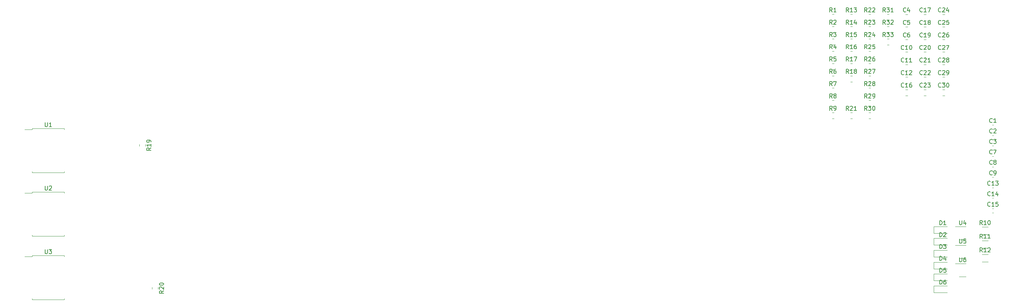
<source format=gbr>
%TF.GenerationSoftware,KiCad,Pcbnew,(7.0.0-0)*%
%TF.CreationDate,2023-06-28T09:11:26-07:00*%
%TF.ProjectId,Power Stage,506f7765-7220-4537-9461-67652e6b6963,rev?*%
%TF.SameCoordinates,Original*%
%TF.FileFunction,Legend,Top*%
%TF.FilePolarity,Positive*%
%FSLAX46Y46*%
G04 Gerber Fmt 4.6, Leading zero omitted, Abs format (unit mm)*
G04 Created by KiCad (PCBNEW (7.0.0-0)) date 2023-06-28 09:11:26*
%MOMM*%
%LPD*%
G01*
G04 APERTURE LIST*
%ADD10C,0.150000*%
%ADD11C,0.120000*%
G04 APERTURE END LIST*
D10*
%TO.C,U6*%
X360932095Y-112049380D02*
X360932095Y-112858904D01*
X360932095Y-112858904D02*
X360979714Y-112954142D01*
X360979714Y-112954142D02*
X361027333Y-113001761D01*
X361027333Y-113001761D02*
X361122571Y-113049380D01*
X361122571Y-113049380D02*
X361313047Y-113049380D01*
X361313047Y-113049380D02*
X361408285Y-113001761D01*
X361408285Y-113001761D02*
X361455904Y-112954142D01*
X361455904Y-112954142D02*
X361503523Y-112858904D01*
X361503523Y-112858904D02*
X361503523Y-112049380D01*
X362408285Y-112049380D02*
X362217809Y-112049380D01*
X362217809Y-112049380D02*
X362122571Y-112097000D01*
X362122571Y-112097000D02*
X362074952Y-112144619D01*
X362074952Y-112144619D02*
X361979714Y-112287476D01*
X361979714Y-112287476D02*
X361932095Y-112477952D01*
X361932095Y-112477952D02*
X361932095Y-112858904D01*
X361932095Y-112858904D02*
X361979714Y-112954142D01*
X361979714Y-112954142D02*
X362027333Y-113001761D01*
X362027333Y-113001761D02*
X362122571Y-113049380D01*
X362122571Y-113049380D02*
X362313047Y-113049380D01*
X362313047Y-113049380D02*
X362408285Y-113001761D01*
X362408285Y-113001761D02*
X362455904Y-112954142D01*
X362455904Y-112954142D02*
X362503523Y-112858904D01*
X362503523Y-112858904D02*
X362503523Y-112620809D01*
X362503523Y-112620809D02*
X362455904Y-112525571D01*
X362455904Y-112525571D02*
X362408285Y-112477952D01*
X362408285Y-112477952D02*
X362313047Y-112430333D01*
X362313047Y-112430333D02*
X362122571Y-112430333D01*
X362122571Y-112430333D02*
X362027333Y-112477952D01*
X362027333Y-112477952D02*
X361979714Y-112525571D01*
X361979714Y-112525571D02*
X361932095Y-112620809D01*
%TO.C,U5*%
X360932095Y-107599380D02*
X360932095Y-108408904D01*
X360932095Y-108408904D02*
X360979714Y-108504142D01*
X360979714Y-108504142D02*
X361027333Y-108551761D01*
X361027333Y-108551761D02*
X361122571Y-108599380D01*
X361122571Y-108599380D02*
X361313047Y-108599380D01*
X361313047Y-108599380D02*
X361408285Y-108551761D01*
X361408285Y-108551761D02*
X361455904Y-108504142D01*
X361455904Y-108504142D02*
X361503523Y-108408904D01*
X361503523Y-108408904D02*
X361503523Y-107599380D01*
X362455904Y-107599380D02*
X361979714Y-107599380D01*
X361979714Y-107599380D02*
X361932095Y-108075571D01*
X361932095Y-108075571D02*
X361979714Y-108027952D01*
X361979714Y-108027952D02*
X362074952Y-107980333D01*
X362074952Y-107980333D02*
X362313047Y-107980333D01*
X362313047Y-107980333D02*
X362408285Y-108027952D01*
X362408285Y-108027952D02*
X362455904Y-108075571D01*
X362455904Y-108075571D02*
X362503523Y-108170809D01*
X362503523Y-108170809D02*
X362503523Y-108408904D01*
X362503523Y-108408904D02*
X362455904Y-108504142D01*
X362455904Y-108504142D02*
X362408285Y-108551761D01*
X362408285Y-108551761D02*
X362313047Y-108599380D01*
X362313047Y-108599380D02*
X362074952Y-108599380D01*
X362074952Y-108599380D02*
X361979714Y-108551761D01*
X361979714Y-108551761D02*
X361932095Y-108504142D01*
%TO.C,U4*%
X360932095Y-103149380D02*
X360932095Y-103958904D01*
X360932095Y-103958904D02*
X360979714Y-104054142D01*
X360979714Y-104054142D02*
X361027333Y-104101761D01*
X361027333Y-104101761D02*
X361122571Y-104149380D01*
X361122571Y-104149380D02*
X361313047Y-104149380D01*
X361313047Y-104149380D02*
X361408285Y-104101761D01*
X361408285Y-104101761D02*
X361455904Y-104054142D01*
X361455904Y-104054142D02*
X361503523Y-103958904D01*
X361503523Y-103958904D02*
X361503523Y-103149380D01*
X362408285Y-103482714D02*
X362408285Y-104149380D01*
X362170190Y-103101761D02*
X361932095Y-103816047D01*
X361932095Y-103816047D02*
X362551142Y-103816047D01*
%TO.C,U3*%
X141478095Y-110107380D02*
X141478095Y-110916904D01*
X141478095Y-110916904D02*
X141525714Y-111012142D01*
X141525714Y-111012142D02*
X141573333Y-111059761D01*
X141573333Y-111059761D02*
X141668571Y-111107380D01*
X141668571Y-111107380D02*
X141859047Y-111107380D01*
X141859047Y-111107380D02*
X141954285Y-111059761D01*
X141954285Y-111059761D02*
X142001904Y-111012142D01*
X142001904Y-111012142D02*
X142049523Y-110916904D01*
X142049523Y-110916904D02*
X142049523Y-110107380D01*
X142430476Y-110107380D02*
X143049523Y-110107380D01*
X143049523Y-110107380D02*
X142716190Y-110488333D01*
X142716190Y-110488333D02*
X142859047Y-110488333D01*
X142859047Y-110488333D02*
X142954285Y-110535952D01*
X142954285Y-110535952D02*
X143001904Y-110583571D01*
X143001904Y-110583571D02*
X143049523Y-110678809D01*
X143049523Y-110678809D02*
X143049523Y-110916904D01*
X143049523Y-110916904D02*
X143001904Y-111012142D01*
X143001904Y-111012142D02*
X142954285Y-111059761D01*
X142954285Y-111059761D02*
X142859047Y-111107380D01*
X142859047Y-111107380D02*
X142573333Y-111107380D01*
X142573333Y-111107380D02*
X142478095Y-111059761D01*
X142478095Y-111059761D02*
X142430476Y-111012142D01*
%TO.C,U2*%
X141478095Y-94867380D02*
X141478095Y-95676904D01*
X141478095Y-95676904D02*
X141525714Y-95772142D01*
X141525714Y-95772142D02*
X141573333Y-95819761D01*
X141573333Y-95819761D02*
X141668571Y-95867380D01*
X141668571Y-95867380D02*
X141859047Y-95867380D01*
X141859047Y-95867380D02*
X141954285Y-95819761D01*
X141954285Y-95819761D02*
X142001904Y-95772142D01*
X142001904Y-95772142D02*
X142049523Y-95676904D01*
X142049523Y-95676904D02*
X142049523Y-94867380D01*
X142478095Y-94962619D02*
X142525714Y-94915000D01*
X142525714Y-94915000D02*
X142620952Y-94867380D01*
X142620952Y-94867380D02*
X142859047Y-94867380D01*
X142859047Y-94867380D02*
X142954285Y-94915000D01*
X142954285Y-94915000D02*
X143001904Y-94962619D01*
X143001904Y-94962619D02*
X143049523Y-95057857D01*
X143049523Y-95057857D02*
X143049523Y-95153095D01*
X143049523Y-95153095D02*
X143001904Y-95295952D01*
X143001904Y-95295952D02*
X142430476Y-95867380D01*
X142430476Y-95867380D02*
X143049523Y-95867380D01*
%TO.C,U1*%
X141478095Y-79627380D02*
X141478095Y-80436904D01*
X141478095Y-80436904D02*
X141525714Y-80532142D01*
X141525714Y-80532142D02*
X141573333Y-80579761D01*
X141573333Y-80579761D02*
X141668571Y-80627380D01*
X141668571Y-80627380D02*
X141859047Y-80627380D01*
X141859047Y-80627380D02*
X141954285Y-80579761D01*
X141954285Y-80579761D02*
X142001904Y-80532142D01*
X142001904Y-80532142D02*
X142049523Y-80436904D01*
X142049523Y-80436904D02*
X142049523Y-79627380D01*
X143049523Y-80627380D02*
X142478095Y-80627380D01*
X142763809Y-80627380D02*
X142763809Y-79627380D01*
X142763809Y-79627380D02*
X142668571Y-79770238D01*
X142668571Y-79770238D02*
X142573333Y-79865476D01*
X142573333Y-79865476D02*
X142478095Y-79913095D01*
%TO.C,R33*%
X343161142Y-59019380D02*
X342827809Y-58543190D01*
X342589714Y-59019380D02*
X342589714Y-58019380D01*
X342589714Y-58019380D02*
X342970666Y-58019380D01*
X342970666Y-58019380D02*
X343065904Y-58067000D01*
X343065904Y-58067000D02*
X343113523Y-58114619D01*
X343113523Y-58114619D02*
X343161142Y-58209857D01*
X343161142Y-58209857D02*
X343161142Y-58352714D01*
X343161142Y-58352714D02*
X343113523Y-58447952D01*
X343113523Y-58447952D02*
X343065904Y-58495571D01*
X343065904Y-58495571D02*
X342970666Y-58543190D01*
X342970666Y-58543190D02*
X342589714Y-58543190D01*
X343494476Y-58019380D02*
X344113523Y-58019380D01*
X344113523Y-58019380D02*
X343780190Y-58400333D01*
X343780190Y-58400333D02*
X343923047Y-58400333D01*
X343923047Y-58400333D02*
X344018285Y-58447952D01*
X344018285Y-58447952D02*
X344065904Y-58495571D01*
X344065904Y-58495571D02*
X344113523Y-58590809D01*
X344113523Y-58590809D02*
X344113523Y-58828904D01*
X344113523Y-58828904D02*
X344065904Y-58924142D01*
X344065904Y-58924142D02*
X344018285Y-58971761D01*
X344018285Y-58971761D02*
X343923047Y-59019380D01*
X343923047Y-59019380D02*
X343637333Y-59019380D01*
X343637333Y-59019380D02*
X343542095Y-58971761D01*
X343542095Y-58971761D02*
X343494476Y-58924142D01*
X344446857Y-58019380D02*
X345065904Y-58019380D01*
X345065904Y-58019380D02*
X344732571Y-58400333D01*
X344732571Y-58400333D02*
X344875428Y-58400333D01*
X344875428Y-58400333D02*
X344970666Y-58447952D01*
X344970666Y-58447952D02*
X345018285Y-58495571D01*
X345018285Y-58495571D02*
X345065904Y-58590809D01*
X345065904Y-58590809D02*
X345065904Y-58828904D01*
X345065904Y-58828904D02*
X345018285Y-58924142D01*
X345018285Y-58924142D02*
X344970666Y-58971761D01*
X344970666Y-58971761D02*
X344875428Y-59019380D01*
X344875428Y-59019380D02*
X344589714Y-59019380D01*
X344589714Y-59019380D02*
X344494476Y-58971761D01*
X344494476Y-58971761D02*
X344446857Y-58924142D01*
%TO.C,R32*%
X343161142Y-56069380D02*
X342827809Y-55593190D01*
X342589714Y-56069380D02*
X342589714Y-55069380D01*
X342589714Y-55069380D02*
X342970666Y-55069380D01*
X342970666Y-55069380D02*
X343065904Y-55117000D01*
X343065904Y-55117000D02*
X343113523Y-55164619D01*
X343113523Y-55164619D02*
X343161142Y-55259857D01*
X343161142Y-55259857D02*
X343161142Y-55402714D01*
X343161142Y-55402714D02*
X343113523Y-55497952D01*
X343113523Y-55497952D02*
X343065904Y-55545571D01*
X343065904Y-55545571D02*
X342970666Y-55593190D01*
X342970666Y-55593190D02*
X342589714Y-55593190D01*
X343494476Y-55069380D02*
X344113523Y-55069380D01*
X344113523Y-55069380D02*
X343780190Y-55450333D01*
X343780190Y-55450333D02*
X343923047Y-55450333D01*
X343923047Y-55450333D02*
X344018285Y-55497952D01*
X344018285Y-55497952D02*
X344065904Y-55545571D01*
X344065904Y-55545571D02*
X344113523Y-55640809D01*
X344113523Y-55640809D02*
X344113523Y-55878904D01*
X344113523Y-55878904D02*
X344065904Y-55974142D01*
X344065904Y-55974142D02*
X344018285Y-56021761D01*
X344018285Y-56021761D02*
X343923047Y-56069380D01*
X343923047Y-56069380D02*
X343637333Y-56069380D01*
X343637333Y-56069380D02*
X343542095Y-56021761D01*
X343542095Y-56021761D02*
X343494476Y-55974142D01*
X344494476Y-55164619D02*
X344542095Y-55117000D01*
X344542095Y-55117000D02*
X344637333Y-55069380D01*
X344637333Y-55069380D02*
X344875428Y-55069380D01*
X344875428Y-55069380D02*
X344970666Y-55117000D01*
X344970666Y-55117000D02*
X345018285Y-55164619D01*
X345018285Y-55164619D02*
X345065904Y-55259857D01*
X345065904Y-55259857D02*
X345065904Y-55355095D01*
X345065904Y-55355095D02*
X345018285Y-55497952D01*
X345018285Y-55497952D02*
X344446857Y-56069380D01*
X344446857Y-56069380D02*
X345065904Y-56069380D01*
%TO.C,R31*%
X343161142Y-53119380D02*
X342827809Y-52643190D01*
X342589714Y-53119380D02*
X342589714Y-52119380D01*
X342589714Y-52119380D02*
X342970666Y-52119380D01*
X342970666Y-52119380D02*
X343065904Y-52167000D01*
X343065904Y-52167000D02*
X343113523Y-52214619D01*
X343113523Y-52214619D02*
X343161142Y-52309857D01*
X343161142Y-52309857D02*
X343161142Y-52452714D01*
X343161142Y-52452714D02*
X343113523Y-52547952D01*
X343113523Y-52547952D02*
X343065904Y-52595571D01*
X343065904Y-52595571D02*
X342970666Y-52643190D01*
X342970666Y-52643190D02*
X342589714Y-52643190D01*
X343494476Y-52119380D02*
X344113523Y-52119380D01*
X344113523Y-52119380D02*
X343780190Y-52500333D01*
X343780190Y-52500333D02*
X343923047Y-52500333D01*
X343923047Y-52500333D02*
X344018285Y-52547952D01*
X344018285Y-52547952D02*
X344065904Y-52595571D01*
X344065904Y-52595571D02*
X344113523Y-52690809D01*
X344113523Y-52690809D02*
X344113523Y-52928904D01*
X344113523Y-52928904D02*
X344065904Y-53024142D01*
X344065904Y-53024142D02*
X344018285Y-53071761D01*
X344018285Y-53071761D02*
X343923047Y-53119380D01*
X343923047Y-53119380D02*
X343637333Y-53119380D01*
X343637333Y-53119380D02*
X343542095Y-53071761D01*
X343542095Y-53071761D02*
X343494476Y-53024142D01*
X345065904Y-53119380D02*
X344494476Y-53119380D01*
X344780190Y-53119380D02*
X344780190Y-52119380D01*
X344780190Y-52119380D02*
X344684952Y-52262238D01*
X344684952Y-52262238D02*
X344589714Y-52357476D01*
X344589714Y-52357476D02*
X344494476Y-52405095D01*
%TO.C,R30*%
X338751142Y-76719380D02*
X338417809Y-76243190D01*
X338179714Y-76719380D02*
X338179714Y-75719380D01*
X338179714Y-75719380D02*
X338560666Y-75719380D01*
X338560666Y-75719380D02*
X338655904Y-75767000D01*
X338655904Y-75767000D02*
X338703523Y-75814619D01*
X338703523Y-75814619D02*
X338751142Y-75909857D01*
X338751142Y-75909857D02*
X338751142Y-76052714D01*
X338751142Y-76052714D02*
X338703523Y-76147952D01*
X338703523Y-76147952D02*
X338655904Y-76195571D01*
X338655904Y-76195571D02*
X338560666Y-76243190D01*
X338560666Y-76243190D02*
X338179714Y-76243190D01*
X339084476Y-75719380D02*
X339703523Y-75719380D01*
X339703523Y-75719380D02*
X339370190Y-76100333D01*
X339370190Y-76100333D02*
X339513047Y-76100333D01*
X339513047Y-76100333D02*
X339608285Y-76147952D01*
X339608285Y-76147952D02*
X339655904Y-76195571D01*
X339655904Y-76195571D02*
X339703523Y-76290809D01*
X339703523Y-76290809D02*
X339703523Y-76528904D01*
X339703523Y-76528904D02*
X339655904Y-76624142D01*
X339655904Y-76624142D02*
X339608285Y-76671761D01*
X339608285Y-76671761D02*
X339513047Y-76719380D01*
X339513047Y-76719380D02*
X339227333Y-76719380D01*
X339227333Y-76719380D02*
X339132095Y-76671761D01*
X339132095Y-76671761D02*
X339084476Y-76624142D01*
X340322571Y-75719380D02*
X340417809Y-75719380D01*
X340417809Y-75719380D02*
X340513047Y-75767000D01*
X340513047Y-75767000D02*
X340560666Y-75814619D01*
X340560666Y-75814619D02*
X340608285Y-75909857D01*
X340608285Y-75909857D02*
X340655904Y-76100333D01*
X340655904Y-76100333D02*
X340655904Y-76338428D01*
X340655904Y-76338428D02*
X340608285Y-76528904D01*
X340608285Y-76528904D02*
X340560666Y-76624142D01*
X340560666Y-76624142D02*
X340513047Y-76671761D01*
X340513047Y-76671761D02*
X340417809Y-76719380D01*
X340417809Y-76719380D02*
X340322571Y-76719380D01*
X340322571Y-76719380D02*
X340227333Y-76671761D01*
X340227333Y-76671761D02*
X340179714Y-76624142D01*
X340179714Y-76624142D02*
X340132095Y-76528904D01*
X340132095Y-76528904D02*
X340084476Y-76338428D01*
X340084476Y-76338428D02*
X340084476Y-76100333D01*
X340084476Y-76100333D02*
X340132095Y-75909857D01*
X340132095Y-75909857D02*
X340179714Y-75814619D01*
X340179714Y-75814619D02*
X340227333Y-75767000D01*
X340227333Y-75767000D02*
X340322571Y-75719380D01*
%TO.C,R29*%
X338751142Y-73769380D02*
X338417809Y-73293190D01*
X338179714Y-73769380D02*
X338179714Y-72769380D01*
X338179714Y-72769380D02*
X338560666Y-72769380D01*
X338560666Y-72769380D02*
X338655904Y-72817000D01*
X338655904Y-72817000D02*
X338703523Y-72864619D01*
X338703523Y-72864619D02*
X338751142Y-72959857D01*
X338751142Y-72959857D02*
X338751142Y-73102714D01*
X338751142Y-73102714D02*
X338703523Y-73197952D01*
X338703523Y-73197952D02*
X338655904Y-73245571D01*
X338655904Y-73245571D02*
X338560666Y-73293190D01*
X338560666Y-73293190D02*
X338179714Y-73293190D01*
X339132095Y-72864619D02*
X339179714Y-72817000D01*
X339179714Y-72817000D02*
X339274952Y-72769380D01*
X339274952Y-72769380D02*
X339513047Y-72769380D01*
X339513047Y-72769380D02*
X339608285Y-72817000D01*
X339608285Y-72817000D02*
X339655904Y-72864619D01*
X339655904Y-72864619D02*
X339703523Y-72959857D01*
X339703523Y-72959857D02*
X339703523Y-73055095D01*
X339703523Y-73055095D02*
X339655904Y-73197952D01*
X339655904Y-73197952D02*
X339084476Y-73769380D01*
X339084476Y-73769380D02*
X339703523Y-73769380D01*
X340179714Y-73769380D02*
X340370190Y-73769380D01*
X340370190Y-73769380D02*
X340465428Y-73721761D01*
X340465428Y-73721761D02*
X340513047Y-73674142D01*
X340513047Y-73674142D02*
X340608285Y-73531285D01*
X340608285Y-73531285D02*
X340655904Y-73340809D01*
X340655904Y-73340809D02*
X340655904Y-72959857D01*
X340655904Y-72959857D02*
X340608285Y-72864619D01*
X340608285Y-72864619D02*
X340560666Y-72817000D01*
X340560666Y-72817000D02*
X340465428Y-72769380D01*
X340465428Y-72769380D02*
X340274952Y-72769380D01*
X340274952Y-72769380D02*
X340179714Y-72817000D01*
X340179714Y-72817000D02*
X340132095Y-72864619D01*
X340132095Y-72864619D02*
X340084476Y-72959857D01*
X340084476Y-72959857D02*
X340084476Y-73197952D01*
X340084476Y-73197952D02*
X340132095Y-73293190D01*
X340132095Y-73293190D02*
X340179714Y-73340809D01*
X340179714Y-73340809D02*
X340274952Y-73388428D01*
X340274952Y-73388428D02*
X340465428Y-73388428D01*
X340465428Y-73388428D02*
X340560666Y-73340809D01*
X340560666Y-73340809D02*
X340608285Y-73293190D01*
X340608285Y-73293190D02*
X340655904Y-73197952D01*
%TO.C,R28*%
X338751142Y-70819380D02*
X338417809Y-70343190D01*
X338179714Y-70819380D02*
X338179714Y-69819380D01*
X338179714Y-69819380D02*
X338560666Y-69819380D01*
X338560666Y-69819380D02*
X338655904Y-69867000D01*
X338655904Y-69867000D02*
X338703523Y-69914619D01*
X338703523Y-69914619D02*
X338751142Y-70009857D01*
X338751142Y-70009857D02*
X338751142Y-70152714D01*
X338751142Y-70152714D02*
X338703523Y-70247952D01*
X338703523Y-70247952D02*
X338655904Y-70295571D01*
X338655904Y-70295571D02*
X338560666Y-70343190D01*
X338560666Y-70343190D02*
X338179714Y-70343190D01*
X339132095Y-69914619D02*
X339179714Y-69867000D01*
X339179714Y-69867000D02*
X339274952Y-69819380D01*
X339274952Y-69819380D02*
X339513047Y-69819380D01*
X339513047Y-69819380D02*
X339608285Y-69867000D01*
X339608285Y-69867000D02*
X339655904Y-69914619D01*
X339655904Y-69914619D02*
X339703523Y-70009857D01*
X339703523Y-70009857D02*
X339703523Y-70105095D01*
X339703523Y-70105095D02*
X339655904Y-70247952D01*
X339655904Y-70247952D02*
X339084476Y-70819380D01*
X339084476Y-70819380D02*
X339703523Y-70819380D01*
X340274952Y-70247952D02*
X340179714Y-70200333D01*
X340179714Y-70200333D02*
X340132095Y-70152714D01*
X340132095Y-70152714D02*
X340084476Y-70057476D01*
X340084476Y-70057476D02*
X340084476Y-70009857D01*
X340084476Y-70009857D02*
X340132095Y-69914619D01*
X340132095Y-69914619D02*
X340179714Y-69867000D01*
X340179714Y-69867000D02*
X340274952Y-69819380D01*
X340274952Y-69819380D02*
X340465428Y-69819380D01*
X340465428Y-69819380D02*
X340560666Y-69867000D01*
X340560666Y-69867000D02*
X340608285Y-69914619D01*
X340608285Y-69914619D02*
X340655904Y-70009857D01*
X340655904Y-70009857D02*
X340655904Y-70057476D01*
X340655904Y-70057476D02*
X340608285Y-70152714D01*
X340608285Y-70152714D02*
X340560666Y-70200333D01*
X340560666Y-70200333D02*
X340465428Y-70247952D01*
X340465428Y-70247952D02*
X340274952Y-70247952D01*
X340274952Y-70247952D02*
X340179714Y-70295571D01*
X340179714Y-70295571D02*
X340132095Y-70343190D01*
X340132095Y-70343190D02*
X340084476Y-70438428D01*
X340084476Y-70438428D02*
X340084476Y-70628904D01*
X340084476Y-70628904D02*
X340132095Y-70724142D01*
X340132095Y-70724142D02*
X340179714Y-70771761D01*
X340179714Y-70771761D02*
X340274952Y-70819380D01*
X340274952Y-70819380D02*
X340465428Y-70819380D01*
X340465428Y-70819380D02*
X340560666Y-70771761D01*
X340560666Y-70771761D02*
X340608285Y-70724142D01*
X340608285Y-70724142D02*
X340655904Y-70628904D01*
X340655904Y-70628904D02*
X340655904Y-70438428D01*
X340655904Y-70438428D02*
X340608285Y-70343190D01*
X340608285Y-70343190D02*
X340560666Y-70295571D01*
X340560666Y-70295571D02*
X340465428Y-70247952D01*
%TO.C,R27*%
X338751142Y-67869380D02*
X338417809Y-67393190D01*
X338179714Y-67869380D02*
X338179714Y-66869380D01*
X338179714Y-66869380D02*
X338560666Y-66869380D01*
X338560666Y-66869380D02*
X338655904Y-66917000D01*
X338655904Y-66917000D02*
X338703523Y-66964619D01*
X338703523Y-66964619D02*
X338751142Y-67059857D01*
X338751142Y-67059857D02*
X338751142Y-67202714D01*
X338751142Y-67202714D02*
X338703523Y-67297952D01*
X338703523Y-67297952D02*
X338655904Y-67345571D01*
X338655904Y-67345571D02*
X338560666Y-67393190D01*
X338560666Y-67393190D02*
X338179714Y-67393190D01*
X339132095Y-66964619D02*
X339179714Y-66917000D01*
X339179714Y-66917000D02*
X339274952Y-66869380D01*
X339274952Y-66869380D02*
X339513047Y-66869380D01*
X339513047Y-66869380D02*
X339608285Y-66917000D01*
X339608285Y-66917000D02*
X339655904Y-66964619D01*
X339655904Y-66964619D02*
X339703523Y-67059857D01*
X339703523Y-67059857D02*
X339703523Y-67155095D01*
X339703523Y-67155095D02*
X339655904Y-67297952D01*
X339655904Y-67297952D02*
X339084476Y-67869380D01*
X339084476Y-67869380D02*
X339703523Y-67869380D01*
X340036857Y-66869380D02*
X340703523Y-66869380D01*
X340703523Y-66869380D02*
X340274952Y-67869380D01*
%TO.C,R26*%
X338751142Y-64919380D02*
X338417809Y-64443190D01*
X338179714Y-64919380D02*
X338179714Y-63919380D01*
X338179714Y-63919380D02*
X338560666Y-63919380D01*
X338560666Y-63919380D02*
X338655904Y-63967000D01*
X338655904Y-63967000D02*
X338703523Y-64014619D01*
X338703523Y-64014619D02*
X338751142Y-64109857D01*
X338751142Y-64109857D02*
X338751142Y-64252714D01*
X338751142Y-64252714D02*
X338703523Y-64347952D01*
X338703523Y-64347952D02*
X338655904Y-64395571D01*
X338655904Y-64395571D02*
X338560666Y-64443190D01*
X338560666Y-64443190D02*
X338179714Y-64443190D01*
X339132095Y-64014619D02*
X339179714Y-63967000D01*
X339179714Y-63967000D02*
X339274952Y-63919380D01*
X339274952Y-63919380D02*
X339513047Y-63919380D01*
X339513047Y-63919380D02*
X339608285Y-63967000D01*
X339608285Y-63967000D02*
X339655904Y-64014619D01*
X339655904Y-64014619D02*
X339703523Y-64109857D01*
X339703523Y-64109857D02*
X339703523Y-64205095D01*
X339703523Y-64205095D02*
X339655904Y-64347952D01*
X339655904Y-64347952D02*
X339084476Y-64919380D01*
X339084476Y-64919380D02*
X339703523Y-64919380D01*
X340560666Y-63919380D02*
X340370190Y-63919380D01*
X340370190Y-63919380D02*
X340274952Y-63967000D01*
X340274952Y-63967000D02*
X340227333Y-64014619D01*
X340227333Y-64014619D02*
X340132095Y-64157476D01*
X340132095Y-64157476D02*
X340084476Y-64347952D01*
X340084476Y-64347952D02*
X340084476Y-64728904D01*
X340084476Y-64728904D02*
X340132095Y-64824142D01*
X340132095Y-64824142D02*
X340179714Y-64871761D01*
X340179714Y-64871761D02*
X340274952Y-64919380D01*
X340274952Y-64919380D02*
X340465428Y-64919380D01*
X340465428Y-64919380D02*
X340560666Y-64871761D01*
X340560666Y-64871761D02*
X340608285Y-64824142D01*
X340608285Y-64824142D02*
X340655904Y-64728904D01*
X340655904Y-64728904D02*
X340655904Y-64490809D01*
X340655904Y-64490809D02*
X340608285Y-64395571D01*
X340608285Y-64395571D02*
X340560666Y-64347952D01*
X340560666Y-64347952D02*
X340465428Y-64300333D01*
X340465428Y-64300333D02*
X340274952Y-64300333D01*
X340274952Y-64300333D02*
X340179714Y-64347952D01*
X340179714Y-64347952D02*
X340132095Y-64395571D01*
X340132095Y-64395571D02*
X340084476Y-64490809D01*
%TO.C,R25*%
X338751142Y-61969380D02*
X338417809Y-61493190D01*
X338179714Y-61969380D02*
X338179714Y-60969380D01*
X338179714Y-60969380D02*
X338560666Y-60969380D01*
X338560666Y-60969380D02*
X338655904Y-61017000D01*
X338655904Y-61017000D02*
X338703523Y-61064619D01*
X338703523Y-61064619D02*
X338751142Y-61159857D01*
X338751142Y-61159857D02*
X338751142Y-61302714D01*
X338751142Y-61302714D02*
X338703523Y-61397952D01*
X338703523Y-61397952D02*
X338655904Y-61445571D01*
X338655904Y-61445571D02*
X338560666Y-61493190D01*
X338560666Y-61493190D02*
X338179714Y-61493190D01*
X339132095Y-61064619D02*
X339179714Y-61017000D01*
X339179714Y-61017000D02*
X339274952Y-60969380D01*
X339274952Y-60969380D02*
X339513047Y-60969380D01*
X339513047Y-60969380D02*
X339608285Y-61017000D01*
X339608285Y-61017000D02*
X339655904Y-61064619D01*
X339655904Y-61064619D02*
X339703523Y-61159857D01*
X339703523Y-61159857D02*
X339703523Y-61255095D01*
X339703523Y-61255095D02*
X339655904Y-61397952D01*
X339655904Y-61397952D02*
X339084476Y-61969380D01*
X339084476Y-61969380D02*
X339703523Y-61969380D01*
X340608285Y-60969380D02*
X340132095Y-60969380D01*
X340132095Y-60969380D02*
X340084476Y-61445571D01*
X340084476Y-61445571D02*
X340132095Y-61397952D01*
X340132095Y-61397952D02*
X340227333Y-61350333D01*
X340227333Y-61350333D02*
X340465428Y-61350333D01*
X340465428Y-61350333D02*
X340560666Y-61397952D01*
X340560666Y-61397952D02*
X340608285Y-61445571D01*
X340608285Y-61445571D02*
X340655904Y-61540809D01*
X340655904Y-61540809D02*
X340655904Y-61778904D01*
X340655904Y-61778904D02*
X340608285Y-61874142D01*
X340608285Y-61874142D02*
X340560666Y-61921761D01*
X340560666Y-61921761D02*
X340465428Y-61969380D01*
X340465428Y-61969380D02*
X340227333Y-61969380D01*
X340227333Y-61969380D02*
X340132095Y-61921761D01*
X340132095Y-61921761D02*
X340084476Y-61874142D01*
%TO.C,R24*%
X338751142Y-59019380D02*
X338417809Y-58543190D01*
X338179714Y-59019380D02*
X338179714Y-58019380D01*
X338179714Y-58019380D02*
X338560666Y-58019380D01*
X338560666Y-58019380D02*
X338655904Y-58067000D01*
X338655904Y-58067000D02*
X338703523Y-58114619D01*
X338703523Y-58114619D02*
X338751142Y-58209857D01*
X338751142Y-58209857D02*
X338751142Y-58352714D01*
X338751142Y-58352714D02*
X338703523Y-58447952D01*
X338703523Y-58447952D02*
X338655904Y-58495571D01*
X338655904Y-58495571D02*
X338560666Y-58543190D01*
X338560666Y-58543190D02*
X338179714Y-58543190D01*
X339132095Y-58114619D02*
X339179714Y-58067000D01*
X339179714Y-58067000D02*
X339274952Y-58019380D01*
X339274952Y-58019380D02*
X339513047Y-58019380D01*
X339513047Y-58019380D02*
X339608285Y-58067000D01*
X339608285Y-58067000D02*
X339655904Y-58114619D01*
X339655904Y-58114619D02*
X339703523Y-58209857D01*
X339703523Y-58209857D02*
X339703523Y-58305095D01*
X339703523Y-58305095D02*
X339655904Y-58447952D01*
X339655904Y-58447952D02*
X339084476Y-59019380D01*
X339084476Y-59019380D02*
X339703523Y-59019380D01*
X340560666Y-58352714D02*
X340560666Y-59019380D01*
X340322571Y-57971761D02*
X340084476Y-58686047D01*
X340084476Y-58686047D02*
X340703523Y-58686047D01*
%TO.C,R23*%
X338751142Y-56069380D02*
X338417809Y-55593190D01*
X338179714Y-56069380D02*
X338179714Y-55069380D01*
X338179714Y-55069380D02*
X338560666Y-55069380D01*
X338560666Y-55069380D02*
X338655904Y-55117000D01*
X338655904Y-55117000D02*
X338703523Y-55164619D01*
X338703523Y-55164619D02*
X338751142Y-55259857D01*
X338751142Y-55259857D02*
X338751142Y-55402714D01*
X338751142Y-55402714D02*
X338703523Y-55497952D01*
X338703523Y-55497952D02*
X338655904Y-55545571D01*
X338655904Y-55545571D02*
X338560666Y-55593190D01*
X338560666Y-55593190D02*
X338179714Y-55593190D01*
X339132095Y-55164619D02*
X339179714Y-55117000D01*
X339179714Y-55117000D02*
X339274952Y-55069380D01*
X339274952Y-55069380D02*
X339513047Y-55069380D01*
X339513047Y-55069380D02*
X339608285Y-55117000D01*
X339608285Y-55117000D02*
X339655904Y-55164619D01*
X339655904Y-55164619D02*
X339703523Y-55259857D01*
X339703523Y-55259857D02*
X339703523Y-55355095D01*
X339703523Y-55355095D02*
X339655904Y-55497952D01*
X339655904Y-55497952D02*
X339084476Y-56069380D01*
X339084476Y-56069380D02*
X339703523Y-56069380D01*
X340036857Y-55069380D02*
X340655904Y-55069380D01*
X340655904Y-55069380D02*
X340322571Y-55450333D01*
X340322571Y-55450333D02*
X340465428Y-55450333D01*
X340465428Y-55450333D02*
X340560666Y-55497952D01*
X340560666Y-55497952D02*
X340608285Y-55545571D01*
X340608285Y-55545571D02*
X340655904Y-55640809D01*
X340655904Y-55640809D02*
X340655904Y-55878904D01*
X340655904Y-55878904D02*
X340608285Y-55974142D01*
X340608285Y-55974142D02*
X340560666Y-56021761D01*
X340560666Y-56021761D02*
X340465428Y-56069380D01*
X340465428Y-56069380D02*
X340179714Y-56069380D01*
X340179714Y-56069380D02*
X340084476Y-56021761D01*
X340084476Y-56021761D02*
X340036857Y-55974142D01*
%TO.C,R22*%
X338751142Y-53119380D02*
X338417809Y-52643190D01*
X338179714Y-53119380D02*
X338179714Y-52119380D01*
X338179714Y-52119380D02*
X338560666Y-52119380D01*
X338560666Y-52119380D02*
X338655904Y-52167000D01*
X338655904Y-52167000D02*
X338703523Y-52214619D01*
X338703523Y-52214619D02*
X338751142Y-52309857D01*
X338751142Y-52309857D02*
X338751142Y-52452714D01*
X338751142Y-52452714D02*
X338703523Y-52547952D01*
X338703523Y-52547952D02*
X338655904Y-52595571D01*
X338655904Y-52595571D02*
X338560666Y-52643190D01*
X338560666Y-52643190D02*
X338179714Y-52643190D01*
X339132095Y-52214619D02*
X339179714Y-52167000D01*
X339179714Y-52167000D02*
X339274952Y-52119380D01*
X339274952Y-52119380D02*
X339513047Y-52119380D01*
X339513047Y-52119380D02*
X339608285Y-52167000D01*
X339608285Y-52167000D02*
X339655904Y-52214619D01*
X339655904Y-52214619D02*
X339703523Y-52309857D01*
X339703523Y-52309857D02*
X339703523Y-52405095D01*
X339703523Y-52405095D02*
X339655904Y-52547952D01*
X339655904Y-52547952D02*
X339084476Y-53119380D01*
X339084476Y-53119380D02*
X339703523Y-53119380D01*
X340084476Y-52214619D02*
X340132095Y-52167000D01*
X340132095Y-52167000D02*
X340227333Y-52119380D01*
X340227333Y-52119380D02*
X340465428Y-52119380D01*
X340465428Y-52119380D02*
X340560666Y-52167000D01*
X340560666Y-52167000D02*
X340608285Y-52214619D01*
X340608285Y-52214619D02*
X340655904Y-52309857D01*
X340655904Y-52309857D02*
X340655904Y-52405095D01*
X340655904Y-52405095D02*
X340608285Y-52547952D01*
X340608285Y-52547952D02*
X340036857Y-53119380D01*
X340036857Y-53119380D02*
X340655904Y-53119380D01*
%TO.C,R21*%
X334341142Y-76719380D02*
X334007809Y-76243190D01*
X333769714Y-76719380D02*
X333769714Y-75719380D01*
X333769714Y-75719380D02*
X334150666Y-75719380D01*
X334150666Y-75719380D02*
X334245904Y-75767000D01*
X334245904Y-75767000D02*
X334293523Y-75814619D01*
X334293523Y-75814619D02*
X334341142Y-75909857D01*
X334341142Y-75909857D02*
X334341142Y-76052714D01*
X334341142Y-76052714D02*
X334293523Y-76147952D01*
X334293523Y-76147952D02*
X334245904Y-76195571D01*
X334245904Y-76195571D02*
X334150666Y-76243190D01*
X334150666Y-76243190D02*
X333769714Y-76243190D01*
X334722095Y-75814619D02*
X334769714Y-75767000D01*
X334769714Y-75767000D02*
X334864952Y-75719380D01*
X334864952Y-75719380D02*
X335103047Y-75719380D01*
X335103047Y-75719380D02*
X335198285Y-75767000D01*
X335198285Y-75767000D02*
X335245904Y-75814619D01*
X335245904Y-75814619D02*
X335293523Y-75909857D01*
X335293523Y-75909857D02*
X335293523Y-76005095D01*
X335293523Y-76005095D02*
X335245904Y-76147952D01*
X335245904Y-76147952D02*
X334674476Y-76719380D01*
X334674476Y-76719380D02*
X335293523Y-76719380D01*
X336245904Y-76719380D02*
X335674476Y-76719380D01*
X335960190Y-76719380D02*
X335960190Y-75719380D01*
X335960190Y-75719380D02*
X335864952Y-75862238D01*
X335864952Y-75862238D02*
X335769714Y-75957476D01*
X335769714Y-75957476D02*
X335674476Y-76005095D01*
%TO.C,R20*%
X169911380Y-120022857D02*
X169435190Y-120356190D01*
X169911380Y-120594285D02*
X168911380Y-120594285D01*
X168911380Y-120594285D02*
X168911380Y-120213333D01*
X168911380Y-120213333D02*
X168959000Y-120118095D01*
X168959000Y-120118095D02*
X169006619Y-120070476D01*
X169006619Y-120070476D02*
X169101857Y-120022857D01*
X169101857Y-120022857D02*
X169244714Y-120022857D01*
X169244714Y-120022857D02*
X169339952Y-120070476D01*
X169339952Y-120070476D02*
X169387571Y-120118095D01*
X169387571Y-120118095D02*
X169435190Y-120213333D01*
X169435190Y-120213333D02*
X169435190Y-120594285D01*
X169006619Y-119641904D02*
X168959000Y-119594285D01*
X168959000Y-119594285D02*
X168911380Y-119499047D01*
X168911380Y-119499047D02*
X168911380Y-119260952D01*
X168911380Y-119260952D02*
X168959000Y-119165714D01*
X168959000Y-119165714D02*
X169006619Y-119118095D01*
X169006619Y-119118095D02*
X169101857Y-119070476D01*
X169101857Y-119070476D02*
X169197095Y-119070476D01*
X169197095Y-119070476D02*
X169339952Y-119118095D01*
X169339952Y-119118095D02*
X169911380Y-119689523D01*
X169911380Y-119689523D02*
X169911380Y-119070476D01*
X168911380Y-118451428D02*
X168911380Y-118356190D01*
X168911380Y-118356190D02*
X168959000Y-118260952D01*
X168959000Y-118260952D02*
X169006619Y-118213333D01*
X169006619Y-118213333D02*
X169101857Y-118165714D01*
X169101857Y-118165714D02*
X169292333Y-118118095D01*
X169292333Y-118118095D02*
X169530428Y-118118095D01*
X169530428Y-118118095D02*
X169720904Y-118165714D01*
X169720904Y-118165714D02*
X169816142Y-118213333D01*
X169816142Y-118213333D02*
X169863761Y-118260952D01*
X169863761Y-118260952D02*
X169911380Y-118356190D01*
X169911380Y-118356190D02*
X169911380Y-118451428D01*
X169911380Y-118451428D02*
X169863761Y-118546666D01*
X169863761Y-118546666D02*
X169816142Y-118594285D01*
X169816142Y-118594285D02*
X169720904Y-118641904D01*
X169720904Y-118641904D02*
X169530428Y-118689523D01*
X169530428Y-118689523D02*
X169292333Y-118689523D01*
X169292333Y-118689523D02*
X169101857Y-118641904D01*
X169101857Y-118641904D02*
X169006619Y-118594285D01*
X169006619Y-118594285D02*
X168959000Y-118546666D01*
X168959000Y-118546666D02*
X168911380Y-118451428D01*
%TO.C,R19*%
X166863380Y-85732857D02*
X166387190Y-86066190D01*
X166863380Y-86304285D02*
X165863380Y-86304285D01*
X165863380Y-86304285D02*
X165863380Y-85923333D01*
X165863380Y-85923333D02*
X165911000Y-85828095D01*
X165911000Y-85828095D02*
X165958619Y-85780476D01*
X165958619Y-85780476D02*
X166053857Y-85732857D01*
X166053857Y-85732857D02*
X166196714Y-85732857D01*
X166196714Y-85732857D02*
X166291952Y-85780476D01*
X166291952Y-85780476D02*
X166339571Y-85828095D01*
X166339571Y-85828095D02*
X166387190Y-85923333D01*
X166387190Y-85923333D02*
X166387190Y-86304285D01*
X166863380Y-84780476D02*
X166863380Y-85351904D01*
X166863380Y-85066190D02*
X165863380Y-85066190D01*
X165863380Y-85066190D02*
X166006238Y-85161428D01*
X166006238Y-85161428D02*
X166101476Y-85256666D01*
X166101476Y-85256666D02*
X166149095Y-85351904D01*
X166863380Y-84304285D02*
X166863380Y-84113809D01*
X166863380Y-84113809D02*
X166815761Y-84018571D01*
X166815761Y-84018571D02*
X166768142Y-83970952D01*
X166768142Y-83970952D02*
X166625285Y-83875714D01*
X166625285Y-83875714D02*
X166434809Y-83828095D01*
X166434809Y-83828095D02*
X166053857Y-83828095D01*
X166053857Y-83828095D02*
X165958619Y-83875714D01*
X165958619Y-83875714D02*
X165911000Y-83923333D01*
X165911000Y-83923333D02*
X165863380Y-84018571D01*
X165863380Y-84018571D02*
X165863380Y-84209047D01*
X165863380Y-84209047D02*
X165911000Y-84304285D01*
X165911000Y-84304285D02*
X165958619Y-84351904D01*
X165958619Y-84351904D02*
X166053857Y-84399523D01*
X166053857Y-84399523D02*
X166291952Y-84399523D01*
X166291952Y-84399523D02*
X166387190Y-84351904D01*
X166387190Y-84351904D02*
X166434809Y-84304285D01*
X166434809Y-84304285D02*
X166482428Y-84209047D01*
X166482428Y-84209047D02*
X166482428Y-84018571D01*
X166482428Y-84018571D02*
X166434809Y-83923333D01*
X166434809Y-83923333D02*
X166387190Y-83875714D01*
X166387190Y-83875714D02*
X166291952Y-83828095D01*
%TO.C,R18*%
X334341142Y-67869380D02*
X334007809Y-67393190D01*
X333769714Y-67869380D02*
X333769714Y-66869380D01*
X333769714Y-66869380D02*
X334150666Y-66869380D01*
X334150666Y-66869380D02*
X334245904Y-66917000D01*
X334245904Y-66917000D02*
X334293523Y-66964619D01*
X334293523Y-66964619D02*
X334341142Y-67059857D01*
X334341142Y-67059857D02*
X334341142Y-67202714D01*
X334341142Y-67202714D02*
X334293523Y-67297952D01*
X334293523Y-67297952D02*
X334245904Y-67345571D01*
X334245904Y-67345571D02*
X334150666Y-67393190D01*
X334150666Y-67393190D02*
X333769714Y-67393190D01*
X335293523Y-67869380D02*
X334722095Y-67869380D01*
X335007809Y-67869380D02*
X335007809Y-66869380D01*
X335007809Y-66869380D02*
X334912571Y-67012238D01*
X334912571Y-67012238D02*
X334817333Y-67107476D01*
X334817333Y-67107476D02*
X334722095Y-67155095D01*
X335864952Y-67297952D02*
X335769714Y-67250333D01*
X335769714Y-67250333D02*
X335722095Y-67202714D01*
X335722095Y-67202714D02*
X335674476Y-67107476D01*
X335674476Y-67107476D02*
X335674476Y-67059857D01*
X335674476Y-67059857D02*
X335722095Y-66964619D01*
X335722095Y-66964619D02*
X335769714Y-66917000D01*
X335769714Y-66917000D02*
X335864952Y-66869380D01*
X335864952Y-66869380D02*
X336055428Y-66869380D01*
X336055428Y-66869380D02*
X336150666Y-66917000D01*
X336150666Y-66917000D02*
X336198285Y-66964619D01*
X336198285Y-66964619D02*
X336245904Y-67059857D01*
X336245904Y-67059857D02*
X336245904Y-67107476D01*
X336245904Y-67107476D02*
X336198285Y-67202714D01*
X336198285Y-67202714D02*
X336150666Y-67250333D01*
X336150666Y-67250333D02*
X336055428Y-67297952D01*
X336055428Y-67297952D02*
X335864952Y-67297952D01*
X335864952Y-67297952D02*
X335769714Y-67345571D01*
X335769714Y-67345571D02*
X335722095Y-67393190D01*
X335722095Y-67393190D02*
X335674476Y-67488428D01*
X335674476Y-67488428D02*
X335674476Y-67678904D01*
X335674476Y-67678904D02*
X335722095Y-67774142D01*
X335722095Y-67774142D02*
X335769714Y-67821761D01*
X335769714Y-67821761D02*
X335864952Y-67869380D01*
X335864952Y-67869380D02*
X336055428Y-67869380D01*
X336055428Y-67869380D02*
X336150666Y-67821761D01*
X336150666Y-67821761D02*
X336198285Y-67774142D01*
X336198285Y-67774142D02*
X336245904Y-67678904D01*
X336245904Y-67678904D02*
X336245904Y-67488428D01*
X336245904Y-67488428D02*
X336198285Y-67393190D01*
X336198285Y-67393190D02*
X336150666Y-67345571D01*
X336150666Y-67345571D02*
X336055428Y-67297952D01*
%TO.C,R17*%
X334341142Y-64919380D02*
X334007809Y-64443190D01*
X333769714Y-64919380D02*
X333769714Y-63919380D01*
X333769714Y-63919380D02*
X334150666Y-63919380D01*
X334150666Y-63919380D02*
X334245904Y-63967000D01*
X334245904Y-63967000D02*
X334293523Y-64014619D01*
X334293523Y-64014619D02*
X334341142Y-64109857D01*
X334341142Y-64109857D02*
X334341142Y-64252714D01*
X334341142Y-64252714D02*
X334293523Y-64347952D01*
X334293523Y-64347952D02*
X334245904Y-64395571D01*
X334245904Y-64395571D02*
X334150666Y-64443190D01*
X334150666Y-64443190D02*
X333769714Y-64443190D01*
X335293523Y-64919380D02*
X334722095Y-64919380D01*
X335007809Y-64919380D02*
X335007809Y-63919380D01*
X335007809Y-63919380D02*
X334912571Y-64062238D01*
X334912571Y-64062238D02*
X334817333Y-64157476D01*
X334817333Y-64157476D02*
X334722095Y-64205095D01*
X335626857Y-63919380D02*
X336293523Y-63919380D01*
X336293523Y-63919380D02*
X335864952Y-64919380D01*
%TO.C,R16*%
X334341142Y-61969380D02*
X334007809Y-61493190D01*
X333769714Y-61969380D02*
X333769714Y-60969380D01*
X333769714Y-60969380D02*
X334150666Y-60969380D01*
X334150666Y-60969380D02*
X334245904Y-61017000D01*
X334245904Y-61017000D02*
X334293523Y-61064619D01*
X334293523Y-61064619D02*
X334341142Y-61159857D01*
X334341142Y-61159857D02*
X334341142Y-61302714D01*
X334341142Y-61302714D02*
X334293523Y-61397952D01*
X334293523Y-61397952D02*
X334245904Y-61445571D01*
X334245904Y-61445571D02*
X334150666Y-61493190D01*
X334150666Y-61493190D02*
X333769714Y-61493190D01*
X335293523Y-61969380D02*
X334722095Y-61969380D01*
X335007809Y-61969380D02*
X335007809Y-60969380D01*
X335007809Y-60969380D02*
X334912571Y-61112238D01*
X334912571Y-61112238D02*
X334817333Y-61207476D01*
X334817333Y-61207476D02*
X334722095Y-61255095D01*
X336150666Y-60969380D02*
X335960190Y-60969380D01*
X335960190Y-60969380D02*
X335864952Y-61017000D01*
X335864952Y-61017000D02*
X335817333Y-61064619D01*
X335817333Y-61064619D02*
X335722095Y-61207476D01*
X335722095Y-61207476D02*
X335674476Y-61397952D01*
X335674476Y-61397952D02*
X335674476Y-61778904D01*
X335674476Y-61778904D02*
X335722095Y-61874142D01*
X335722095Y-61874142D02*
X335769714Y-61921761D01*
X335769714Y-61921761D02*
X335864952Y-61969380D01*
X335864952Y-61969380D02*
X336055428Y-61969380D01*
X336055428Y-61969380D02*
X336150666Y-61921761D01*
X336150666Y-61921761D02*
X336198285Y-61874142D01*
X336198285Y-61874142D02*
X336245904Y-61778904D01*
X336245904Y-61778904D02*
X336245904Y-61540809D01*
X336245904Y-61540809D02*
X336198285Y-61445571D01*
X336198285Y-61445571D02*
X336150666Y-61397952D01*
X336150666Y-61397952D02*
X336055428Y-61350333D01*
X336055428Y-61350333D02*
X335864952Y-61350333D01*
X335864952Y-61350333D02*
X335769714Y-61397952D01*
X335769714Y-61397952D02*
X335722095Y-61445571D01*
X335722095Y-61445571D02*
X335674476Y-61540809D01*
%TO.C,R15*%
X334341142Y-59019380D02*
X334007809Y-58543190D01*
X333769714Y-59019380D02*
X333769714Y-58019380D01*
X333769714Y-58019380D02*
X334150666Y-58019380D01*
X334150666Y-58019380D02*
X334245904Y-58067000D01*
X334245904Y-58067000D02*
X334293523Y-58114619D01*
X334293523Y-58114619D02*
X334341142Y-58209857D01*
X334341142Y-58209857D02*
X334341142Y-58352714D01*
X334341142Y-58352714D02*
X334293523Y-58447952D01*
X334293523Y-58447952D02*
X334245904Y-58495571D01*
X334245904Y-58495571D02*
X334150666Y-58543190D01*
X334150666Y-58543190D02*
X333769714Y-58543190D01*
X335293523Y-59019380D02*
X334722095Y-59019380D01*
X335007809Y-59019380D02*
X335007809Y-58019380D01*
X335007809Y-58019380D02*
X334912571Y-58162238D01*
X334912571Y-58162238D02*
X334817333Y-58257476D01*
X334817333Y-58257476D02*
X334722095Y-58305095D01*
X336198285Y-58019380D02*
X335722095Y-58019380D01*
X335722095Y-58019380D02*
X335674476Y-58495571D01*
X335674476Y-58495571D02*
X335722095Y-58447952D01*
X335722095Y-58447952D02*
X335817333Y-58400333D01*
X335817333Y-58400333D02*
X336055428Y-58400333D01*
X336055428Y-58400333D02*
X336150666Y-58447952D01*
X336150666Y-58447952D02*
X336198285Y-58495571D01*
X336198285Y-58495571D02*
X336245904Y-58590809D01*
X336245904Y-58590809D02*
X336245904Y-58828904D01*
X336245904Y-58828904D02*
X336198285Y-58924142D01*
X336198285Y-58924142D02*
X336150666Y-58971761D01*
X336150666Y-58971761D02*
X336055428Y-59019380D01*
X336055428Y-59019380D02*
X335817333Y-59019380D01*
X335817333Y-59019380D02*
X335722095Y-58971761D01*
X335722095Y-58971761D02*
X335674476Y-58924142D01*
%TO.C,R14*%
X334341142Y-56069380D02*
X334007809Y-55593190D01*
X333769714Y-56069380D02*
X333769714Y-55069380D01*
X333769714Y-55069380D02*
X334150666Y-55069380D01*
X334150666Y-55069380D02*
X334245904Y-55117000D01*
X334245904Y-55117000D02*
X334293523Y-55164619D01*
X334293523Y-55164619D02*
X334341142Y-55259857D01*
X334341142Y-55259857D02*
X334341142Y-55402714D01*
X334341142Y-55402714D02*
X334293523Y-55497952D01*
X334293523Y-55497952D02*
X334245904Y-55545571D01*
X334245904Y-55545571D02*
X334150666Y-55593190D01*
X334150666Y-55593190D02*
X333769714Y-55593190D01*
X335293523Y-56069380D02*
X334722095Y-56069380D01*
X335007809Y-56069380D02*
X335007809Y-55069380D01*
X335007809Y-55069380D02*
X334912571Y-55212238D01*
X334912571Y-55212238D02*
X334817333Y-55307476D01*
X334817333Y-55307476D02*
X334722095Y-55355095D01*
X336150666Y-55402714D02*
X336150666Y-56069380D01*
X335912571Y-55021761D02*
X335674476Y-55736047D01*
X335674476Y-55736047D02*
X336293523Y-55736047D01*
%TO.C,R13*%
X334341142Y-53119380D02*
X334007809Y-52643190D01*
X333769714Y-53119380D02*
X333769714Y-52119380D01*
X333769714Y-52119380D02*
X334150666Y-52119380D01*
X334150666Y-52119380D02*
X334245904Y-52167000D01*
X334245904Y-52167000D02*
X334293523Y-52214619D01*
X334293523Y-52214619D02*
X334341142Y-52309857D01*
X334341142Y-52309857D02*
X334341142Y-52452714D01*
X334341142Y-52452714D02*
X334293523Y-52547952D01*
X334293523Y-52547952D02*
X334245904Y-52595571D01*
X334245904Y-52595571D02*
X334150666Y-52643190D01*
X334150666Y-52643190D02*
X333769714Y-52643190D01*
X335293523Y-53119380D02*
X334722095Y-53119380D01*
X335007809Y-53119380D02*
X335007809Y-52119380D01*
X335007809Y-52119380D02*
X334912571Y-52262238D01*
X334912571Y-52262238D02*
X334817333Y-52357476D01*
X334817333Y-52357476D02*
X334722095Y-52405095D01*
X335626857Y-52119380D02*
X336245904Y-52119380D01*
X336245904Y-52119380D02*
X335912571Y-52500333D01*
X335912571Y-52500333D02*
X336055428Y-52500333D01*
X336055428Y-52500333D02*
X336150666Y-52547952D01*
X336150666Y-52547952D02*
X336198285Y-52595571D01*
X336198285Y-52595571D02*
X336245904Y-52690809D01*
X336245904Y-52690809D02*
X336245904Y-52928904D01*
X336245904Y-52928904D02*
X336198285Y-53024142D01*
X336198285Y-53024142D02*
X336150666Y-53071761D01*
X336150666Y-53071761D02*
X336055428Y-53119380D01*
X336055428Y-53119380D02*
X335769714Y-53119380D01*
X335769714Y-53119380D02*
X335674476Y-53071761D01*
X335674476Y-53071761D02*
X335626857Y-53024142D01*
%TO.C,R12*%
X366431142Y-110729380D02*
X366097809Y-110253190D01*
X365859714Y-110729380D02*
X365859714Y-109729380D01*
X365859714Y-109729380D02*
X366240666Y-109729380D01*
X366240666Y-109729380D02*
X366335904Y-109777000D01*
X366335904Y-109777000D02*
X366383523Y-109824619D01*
X366383523Y-109824619D02*
X366431142Y-109919857D01*
X366431142Y-109919857D02*
X366431142Y-110062714D01*
X366431142Y-110062714D02*
X366383523Y-110157952D01*
X366383523Y-110157952D02*
X366335904Y-110205571D01*
X366335904Y-110205571D02*
X366240666Y-110253190D01*
X366240666Y-110253190D02*
X365859714Y-110253190D01*
X367383523Y-110729380D02*
X366812095Y-110729380D01*
X367097809Y-110729380D02*
X367097809Y-109729380D01*
X367097809Y-109729380D02*
X367002571Y-109872238D01*
X367002571Y-109872238D02*
X366907333Y-109967476D01*
X366907333Y-109967476D02*
X366812095Y-110015095D01*
X367764476Y-109824619D02*
X367812095Y-109777000D01*
X367812095Y-109777000D02*
X367907333Y-109729380D01*
X367907333Y-109729380D02*
X368145428Y-109729380D01*
X368145428Y-109729380D02*
X368240666Y-109777000D01*
X368240666Y-109777000D02*
X368288285Y-109824619D01*
X368288285Y-109824619D02*
X368335904Y-109919857D01*
X368335904Y-109919857D02*
X368335904Y-110015095D01*
X368335904Y-110015095D02*
X368288285Y-110157952D01*
X368288285Y-110157952D02*
X367716857Y-110729380D01*
X367716857Y-110729380D02*
X368335904Y-110729380D01*
%TO.C,R11*%
X366431142Y-107439380D02*
X366097809Y-106963190D01*
X365859714Y-107439380D02*
X365859714Y-106439380D01*
X365859714Y-106439380D02*
X366240666Y-106439380D01*
X366240666Y-106439380D02*
X366335904Y-106487000D01*
X366335904Y-106487000D02*
X366383523Y-106534619D01*
X366383523Y-106534619D02*
X366431142Y-106629857D01*
X366431142Y-106629857D02*
X366431142Y-106772714D01*
X366431142Y-106772714D02*
X366383523Y-106867952D01*
X366383523Y-106867952D02*
X366335904Y-106915571D01*
X366335904Y-106915571D02*
X366240666Y-106963190D01*
X366240666Y-106963190D02*
X365859714Y-106963190D01*
X367383523Y-107439380D02*
X366812095Y-107439380D01*
X367097809Y-107439380D02*
X367097809Y-106439380D01*
X367097809Y-106439380D02*
X367002571Y-106582238D01*
X367002571Y-106582238D02*
X366907333Y-106677476D01*
X366907333Y-106677476D02*
X366812095Y-106725095D01*
X368335904Y-107439380D02*
X367764476Y-107439380D01*
X368050190Y-107439380D02*
X368050190Y-106439380D01*
X368050190Y-106439380D02*
X367954952Y-106582238D01*
X367954952Y-106582238D02*
X367859714Y-106677476D01*
X367859714Y-106677476D02*
X367764476Y-106725095D01*
%TO.C,R10*%
X366431142Y-104149380D02*
X366097809Y-103673190D01*
X365859714Y-104149380D02*
X365859714Y-103149380D01*
X365859714Y-103149380D02*
X366240666Y-103149380D01*
X366240666Y-103149380D02*
X366335904Y-103197000D01*
X366335904Y-103197000D02*
X366383523Y-103244619D01*
X366383523Y-103244619D02*
X366431142Y-103339857D01*
X366431142Y-103339857D02*
X366431142Y-103482714D01*
X366431142Y-103482714D02*
X366383523Y-103577952D01*
X366383523Y-103577952D02*
X366335904Y-103625571D01*
X366335904Y-103625571D02*
X366240666Y-103673190D01*
X366240666Y-103673190D02*
X365859714Y-103673190D01*
X367383523Y-104149380D02*
X366812095Y-104149380D01*
X367097809Y-104149380D02*
X367097809Y-103149380D01*
X367097809Y-103149380D02*
X367002571Y-103292238D01*
X367002571Y-103292238D02*
X366907333Y-103387476D01*
X366907333Y-103387476D02*
X366812095Y-103435095D01*
X368002571Y-103149380D02*
X368097809Y-103149380D01*
X368097809Y-103149380D02*
X368193047Y-103197000D01*
X368193047Y-103197000D02*
X368240666Y-103244619D01*
X368240666Y-103244619D02*
X368288285Y-103339857D01*
X368288285Y-103339857D02*
X368335904Y-103530333D01*
X368335904Y-103530333D02*
X368335904Y-103768428D01*
X368335904Y-103768428D02*
X368288285Y-103958904D01*
X368288285Y-103958904D02*
X368240666Y-104054142D01*
X368240666Y-104054142D02*
X368193047Y-104101761D01*
X368193047Y-104101761D02*
X368097809Y-104149380D01*
X368097809Y-104149380D02*
X368002571Y-104149380D01*
X368002571Y-104149380D02*
X367907333Y-104101761D01*
X367907333Y-104101761D02*
X367859714Y-104054142D01*
X367859714Y-104054142D02*
X367812095Y-103958904D01*
X367812095Y-103958904D02*
X367764476Y-103768428D01*
X367764476Y-103768428D02*
X367764476Y-103530333D01*
X367764476Y-103530333D02*
X367812095Y-103339857D01*
X367812095Y-103339857D02*
X367859714Y-103244619D01*
X367859714Y-103244619D02*
X367907333Y-103197000D01*
X367907333Y-103197000D02*
X368002571Y-103149380D01*
%TO.C,R9*%
X330407333Y-76719380D02*
X330074000Y-76243190D01*
X329835905Y-76719380D02*
X329835905Y-75719380D01*
X329835905Y-75719380D02*
X330216857Y-75719380D01*
X330216857Y-75719380D02*
X330312095Y-75767000D01*
X330312095Y-75767000D02*
X330359714Y-75814619D01*
X330359714Y-75814619D02*
X330407333Y-75909857D01*
X330407333Y-75909857D02*
X330407333Y-76052714D01*
X330407333Y-76052714D02*
X330359714Y-76147952D01*
X330359714Y-76147952D02*
X330312095Y-76195571D01*
X330312095Y-76195571D02*
X330216857Y-76243190D01*
X330216857Y-76243190D02*
X329835905Y-76243190D01*
X330883524Y-76719380D02*
X331074000Y-76719380D01*
X331074000Y-76719380D02*
X331169238Y-76671761D01*
X331169238Y-76671761D02*
X331216857Y-76624142D01*
X331216857Y-76624142D02*
X331312095Y-76481285D01*
X331312095Y-76481285D02*
X331359714Y-76290809D01*
X331359714Y-76290809D02*
X331359714Y-75909857D01*
X331359714Y-75909857D02*
X331312095Y-75814619D01*
X331312095Y-75814619D02*
X331264476Y-75767000D01*
X331264476Y-75767000D02*
X331169238Y-75719380D01*
X331169238Y-75719380D02*
X330978762Y-75719380D01*
X330978762Y-75719380D02*
X330883524Y-75767000D01*
X330883524Y-75767000D02*
X330835905Y-75814619D01*
X330835905Y-75814619D02*
X330788286Y-75909857D01*
X330788286Y-75909857D02*
X330788286Y-76147952D01*
X330788286Y-76147952D02*
X330835905Y-76243190D01*
X330835905Y-76243190D02*
X330883524Y-76290809D01*
X330883524Y-76290809D02*
X330978762Y-76338428D01*
X330978762Y-76338428D02*
X331169238Y-76338428D01*
X331169238Y-76338428D02*
X331264476Y-76290809D01*
X331264476Y-76290809D02*
X331312095Y-76243190D01*
X331312095Y-76243190D02*
X331359714Y-76147952D01*
%TO.C,R8*%
X330407333Y-73769380D02*
X330074000Y-73293190D01*
X329835905Y-73769380D02*
X329835905Y-72769380D01*
X329835905Y-72769380D02*
X330216857Y-72769380D01*
X330216857Y-72769380D02*
X330312095Y-72817000D01*
X330312095Y-72817000D02*
X330359714Y-72864619D01*
X330359714Y-72864619D02*
X330407333Y-72959857D01*
X330407333Y-72959857D02*
X330407333Y-73102714D01*
X330407333Y-73102714D02*
X330359714Y-73197952D01*
X330359714Y-73197952D02*
X330312095Y-73245571D01*
X330312095Y-73245571D02*
X330216857Y-73293190D01*
X330216857Y-73293190D02*
X329835905Y-73293190D01*
X330978762Y-73197952D02*
X330883524Y-73150333D01*
X330883524Y-73150333D02*
X330835905Y-73102714D01*
X330835905Y-73102714D02*
X330788286Y-73007476D01*
X330788286Y-73007476D02*
X330788286Y-72959857D01*
X330788286Y-72959857D02*
X330835905Y-72864619D01*
X330835905Y-72864619D02*
X330883524Y-72817000D01*
X330883524Y-72817000D02*
X330978762Y-72769380D01*
X330978762Y-72769380D02*
X331169238Y-72769380D01*
X331169238Y-72769380D02*
X331264476Y-72817000D01*
X331264476Y-72817000D02*
X331312095Y-72864619D01*
X331312095Y-72864619D02*
X331359714Y-72959857D01*
X331359714Y-72959857D02*
X331359714Y-73007476D01*
X331359714Y-73007476D02*
X331312095Y-73102714D01*
X331312095Y-73102714D02*
X331264476Y-73150333D01*
X331264476Y-73150333D02*
X331169238Y-73197952D01*
X331169238Y-73197952D02*
X330978762Y-73197952D01*
X330978762Y-73197952D02*
X330883524Y-73245571D01*
X330883524Y-73245571D02*
X330835905Y-73293190D01*
X330835905Y-73293190D02*
X330788286Y-73388428D01*
X330788286Y-73388428D02*
X330788286Y-73578904D01*
X330788286Y-73578904D02*
X330835905Y-73674142D01*
X330835905Y-73674142D02*
X330883524Y-73721761D01*
X330883524Y-73721761D02*
X330978762Y-73769380D01*
X330978762Y-73769380D02*
X331169238Y-73769380D01*
X331169238Y-73769380D02*
X331264476Y-73721761D01*
X331264476Y-73721761D02*
X331312095Y-73674142D01*
X331312095Y-73674142D02*
X331359714Y-73578904D01*
X331359714Y-73578904D02*
X331359714Y-73388428D01*
X331359714Y-73388428D02*
X331312095Y-73293190D01*
X331312095Y-73293190D02*
X331264476Y-73245571D01*
X331264476Y-73245571D02*
X331169238Y-73197952D01*
%TO.C,R7*%
X330407333Y-70819380D02*
X330074000Y-70343190D01*
X329835905Y-70819380D02*
X329835905Y-69819380D01*
X329835905Y-69819380D02*
X330216857Y-69819380D01*
X330216857Y-69819380D02*
X330312095Y-69867000D01*
X330312095Y-69867000D02*
X330359714Y-69914619D01*
X330359714Y-69914619D02*
X330407333Y-70009857D01*
X330407333Y-70009857D02*
X330407333Y-70152714D01*
X330407333Y-70152714D02*
X330359714Y-70247952D01*
X330359714Y-70247952D02*
X330312095Y-70295571D01*
X330312095Y-70295571D02*
X330216857Y-70343190D01*
X330216857Y-70343190D02*
X329835905Y-70343190D01*
X330740667Y-69819380D02*
X331407333Y-69819380D01*
X331407333Y-69819380D02*
X330978762Y-70819380D01*
%TO.C,R6*%
X330407333Y-67869380D02*
X330074000Y-67393190D01*
X329835905Y-67869380D02*
X329835905Y-66869380D01*
X329835905Y-66869380D02*
X330216857Y-66869380D01*
X330216857Y-66869380D02*
X330312095Y-66917000D01*
X330312095Y-66917000D02*
X330359714Y-66964619D01*
X330359714Y-66964619D02*
X330407333Y-67059857D01*
X330407333Y-67059857D02*
X330407333Y-67202714D01*
X330407333Y-67202714D02*
X330359714Y-67297952D01*
X330359714Y-67297952D02*
X330312095Y-67345571D01*
X330312095Y-67345571D02*
X330216857Y-67393190D01*
X330216857Y-67393190D02*
X329835905Y-67393190D01*
X331264476Y-66869380D02*
X331074000Y-66869380D01*
X331074000Y-66869380D02*
X330978762Y-66917000D01*
X330978762Y-66917000D02*
X330931143Y-66964619D01*
X330931143Y-66964619D02*
X330835905Y-67107476D01*
X330835905Y-67107476D02*
X330788286Y-67297952D01*
X330788286Y-67297952D02*
X330788286Y-67678904D01*
X330788286Y-67678904D02*
X330835905Y-67774142D01*
X330835905Y-67774142D02*
X330883524Y-67821761D01*
X330883524Y-67821761D02*
X330978762Y-67869380D01*
X330978762Y-67869380D02*
X331169238Y-67869380D01*
X331169238Y-67869380D02*
X331264476Y-67821761D01*
X331264476Y-67821761D02*
X331312095Y-67774142D01*
X331312095Y-67774142D02*
X331359714Y-67678904D01*
X331359714Y-67678904D02*
X331359714Y-67440809D01*
X331359714Y-67440809D02*
X331312095Y-67345571D01*
X331312095Y-67345571D02*
X331264476Y-67297952D01*
X331264476Y-67297952D02*
X331169238Y-67250333D01*
X331169238Y-67250333D02*
X330978762Y-67250333D01*
X330978762Y-67250333D02*
X330883524Y-67297952D01*
X330883524Y-67297952D02*
X330835905Y-67345571D01*
X330835905Y-67345571D02*
X330788286Y-67440809D01*
%TO.C,R5*%
X330407333Y-64919380D02*
X330074000Y-64443190D01*
X329835905Y-64919380D02*
X329835905Y-63919380D01*
X329835905Y-63919380D02*
X330216857Y-63919380D01*
X330216857Y-63919380D02*
X330312095Y-63967000D01*
X330312095Y-63967000D02*
X330359714Y-64014619D01*
X330359714Y-64014619D02*
X330407333Y-64109857D01*
X330407333Y-64109857D02*
X330407333Y-64252714D01*
X330407333Y-64252714D02*
X330359714Y-64347952D01*
X330359714Y-64347952D02*
X330312095Y-64395571D01*
X330312095Y-64395571D02*
X330216857Y-64443190D01*
X330216857Y-64443190D02*
X329835905Y-64443190D01*
X331312095Y-63919380D02*
X330835905Y-63919380D01*
X330835905Y-63919380D02*
X330788286Y-64395571D01*
X330788286Y-64395571D02*
X330835905Y-64347952D01*
X330835905Y-64347952D02*
X330931143Y-64300333D01*
X330931143Y-64300333D02*
X331169238Y-64300333D01*
X331169238Y-64300333D02*
X331264476Y-64347952D01*
X331264476Y-64347952D02*
X331312095Y-64395571D01*
X331312095Y-64395571D02*
X331359714Y-64490809D01*
X331359714Y-64490809D02*
X331359714Y-64728904D01*
X331359714Y-64728904D02*
X331312095Y-64824142D01*
X331312095Y-64824142D02*
X331264476Y-64871761D01*
X331264476Y-64871761D02*
X331169238Y-64919380D01*
X331169238Y-64919380D02*
X330931143Y-64919380D01*
X330931143Y-64919380D02*
X330835905Y-64871761D01*
X330835905Y-64871761D02*
X330788286Y-64824142D01*
%TO.C,R4*%
X330407333Y-61969380D02*
X330074000Y-61493190D01*
X329835905Y-61969380D02*
X329835905Y-60969380D01*
X329835905Y-60969380D02*
X330216857Y-60969380D01*
X330216857Y-60969380D02*
X330312095Y-61017000D01*
X330312095Y-61017000D02*
X330359714Y-61064619D01*
X330359714Y-61064619D02*
X330407333Y-61159857D01*
X330407333Y-61159857D02*
X330407333Y-61302714D01*
X330407333Y-61302714D02*
X330359714Y-61397952D01*
X330359714Y-61397952D02*
X330312095Y-61445571D01*
X330312095Y-61445571D02*
X330216857Y-61493190D01*
X330216857Y-61493190D02*
X329835905Y-61493190D01*
X331264476Y-61302714D02*
X331264476Y-61969380D01*
X331026381Y-60921761D02*
X330788286Y-61636047D01*
X330788286Y-61636047D02*
X331407333Y-61636047D01*
%TO.C,R3*%
X330407333Y-59019380D02*
X330074000Y-58543190D01*
X329835905Y-59019380D02*
X329835905Y-58019380D01*
X329835905Y-58019380D02*
X330216857Y-58019380D01*
X330216857Y-58019380D02*
X330312095Y-58067000D01*
X330312095Y-58067000D02*
X330359714Y-58114619D01*
X330359714Y-58114619D02*
X330407333Y-58209857D01*
X330407333Y-58209857D02*
X330407333Y-58352714D01*
X330407333Y-58352714D02*
X330359714Y-58447952D01*
X330359714Y-58447952D02*
X330312095Y-58495571D01*
X330312095Y-58495571D02*
X330216857Y-58543190D01*
X330216857Y-58543190D02*
X329835905Y-58543190D01*
X330740667Y-58019380D02*
X331359714Y-58019380D01*
X331359714Y-58019380D02*
X331026381Y-58400333D01*
X331026381Y-58400333D02*
X331169238Y-58400333D01*
X331169238Y-58400333D02*
X331264476Y-58447952D01*
X331264476Y-58447952D02*
X331312095Y-58495571D01*
X331312095Y-58495571D02*
X331359714Y-58590809D01*
X331359714Y-58590809D02*
X331359714Y-58828904D01*
X331359714Y-58828904D02*
X331312095Y-58924142D01*
X331312095Y-58924142D02*
X331264476Y-58971761D01*
X331264476Y-58971761D02*
X331169238Y-59019380D01*
X331169238Y-59019380D02*
X330883524Y-59019380D01*
X330883524Y-59019380D02*
X330788286Y-58971761D01*
X330788286Y-58971761D02*
X330740667Y-58924142D01*
%TO.C,R2*%
X330407333Y-56069380D02*
X330074000Y-55593190D01*
X329835905Y-56069380D02*
X329835905Y-55069380D01*
X329835905Y-55069380D02*
X330216857Y-55069380D01*
X330216857Y-55069380D02*
X330312095Y-55117000D01*
X330312095Y-55117000D02*
X330359714Y-55164619D01*
X330359714Y-55164619D02*
X330407333Y-55259857D01*
X330407333Y-55259857D02*
X330407333Y-55402714D01*
X330407333Y-55402714D02*
X330359714Y-55497952D01*
X330359714Y-55497952D02*
X330312095Y-55545571D01*
X330312095Y-55545571D02*
X330216857Y-55593190D01*
X330216857Y-55593190D02*
X329835905Y-55593190D01*
X330788286Y-55164619D02*
X330835905Y-55117000D01*
X330835905Y-55117000D02*
X330931143Y-55069380D01*
X330931143Y-55069380D02*
X331169238Y-55069380D01*
X331169238Y-55069380D02*
X331264476Y-55117000D01*
X331264476Y-55117000D02*
X331312095Y-55164619D01*
X331312095Y-55164619D02*
X331359714Y-55259857D01*
X331359714Y-55259857D02*
X331359714Y-55355095D01*
X331359714Y-55355095D02*
X331312095Y-55497952D01*
X331312095Y-55497952D02*
X330740667Y-56069380D01*
X330740667Y-56069380D02*
X331359714Y-56069380D01*
%TO.C,R1*%
X330407333Y-53119380D02*
X330074000Y-52643190D01*
X329835905Y-53119380D02*
X329835905Y-52119380D01*
X329835905Y-52119380D02*
X330216857Y-52119380D01*
X330216857Y-52119380D02*
X330312095Y-52167000D01*
X330312095Y-52167000D02*
X330359714Y-52214619D01*
X330359714Y-52214619D02*
X330407333Y-52309857D01*
X330407333Y-52309857D02*
X330407333Y-52452714D01*
X330407333Y-52452714D02*
X330359714Y-52547952D01*
X330359714Y-52547952D02*
X330312095Y-52595571D01*
X330312095Y-52595571D02*
X330216857Y-52643190D01*
X330216857Y-52643190D02*
X329835905Y-52643190D01*
X331359714Y-53119380D02*
X330788286Y-53119380D01*
X331074000Y-53119380D02*
X331074000Y-52119380D01*
X331074000Y-52119380D02*
X330978762Y-52262238D01*
X330978762Y-52262238D02*
X330883524Y-52357476D01*
X330883524Y-52357476D02*
X330788286Y-52405095D01*
%TO.C,D6*%
X356190905Y-118449380D02*
X356190905Y-117449380D01*
X356190905Y-117449380D02*
X356429000Y-117449380D01*
X356429000Y-117449380D02*
X356571857Y-117497000D01*
X356571857Y-117497000D02*
X356667095Y-117592238D01*
X356667095Y-117592238D02*
X356714714Y-117687476D01*
X356714714Y-117687476D02*
X356762333Y-117877952D01*
X356762333Y-117877952D02*
X356762333Y-118020809D01*
X356762333Y-118020809D02*
X356714714Y-118211285D01*
X356714714Y-118211285D02*
X356667095Y-118306523D01*
X356667095Y-118306523D02*
X356571857Y-118401761D01*
X356571857Y-118401761D02*
X356429000Y-118449380D01*
X356429000Y-118449380D02*
X356190905Y-118449380D01*
X357619476Y-117449380D02*
X357429000Y-117449380D01*
X357429000Y-117449380D02*
X357333762Y-117497000D01*
X357333762Y-117497000D02*
X357286143Y-117544619D01*
X357286143Y-117544619D02*
X357190905Y-117687476D01*
X357190905Y-117687476D02*
X357143286Y-117877952D01*
X357143286Y-117877952D02*
X357143286Y-118258904D01*
X357143286Y-118258904D02*
X357190905Y-118354142D01*
X357190905Y-118354142D02*
X357238524Y-118401761D01*
X357238524Y-118401761D02*
X357333762Y-118449380D01*
X357333762Y-118449380D02*
X357524238Y-118449380D01*
X357524238Y-118449380D02*
X357619476Y-118401761D01*
X357619476Y-118401761D02*
X357667095Y-118354142D01*
X357667095Y-118354142D02*
X357714714Y-118258904D01*
X357714714Y-118258904D02*
X357714714Y-118020809D01*
X357714714Y-118020809D02*
X357667095Y-117925571D01*
X357667095Y-117925571D02*
X357619476Y-117877952D01*
X357619476Y-117877952D02*
X357524238Y-117830333D01*
X357524238Y-117830333D02*
X357333762Y-117830333D01*
X357333762Y-117830333D02*
X357238524Y-117877952D01*
X357238524Y-117877952D02*
X357190905Y-117925571D01*
X357190905Y-117925571D02*
X357143286Y-118020809D01*
%TO.C,D5*%
X356190905Y-115599380D02*
X356190905Y-114599380D01*
X356190905Y-114599380D02*
X356429000Y-114599380D01*
X356429000Y-114599380D02*
X356571857Y-114647000D01*
X356571857Y-114647000D02*
X356667095Y-114742238D01*
X356667095Y-114742238D02*
X356714714Y-114837476D01*
X356714714Y-114837476D02*
X356762333Y-115027952D01*
X356762333Y-115027952D02*
X356762333Y-115170809D01*
X356762333Y-115170809D02*
X356714714Y-115361285D01*
X356714714Y-115361285D02*
X356667095Y-115456523D01*
X356667095Y-115456523D02*
X356571857Y-115551761D01*
X356571857Y-115551761D02*
X356429000Y-115599380D01*
X356429000Y-115599380D02*
X356190905Y-115599380D01*
X357667095Y-114599380D02*
X357190905Y-114599380D01*
X357190905Y-114599380D02*
X357143286Y-115075571D01*
X357143286Y-115075571D02*
X357190905Y-115027952D01*
X357190905Y-115027952D02*
X357286143Y-114980333D01*
X357286143Y-114980333D02*
X357524238Y-114980333D01*
X357524238Y-114980333D02*
X357619476Y-115027952D01*
X357619476Y-115027952D02*
X357667095Y-115075571D01*
X357667095Y-115075571D02*
X357714714Y-115170809D01*
X357714714Y-115170809D02*
X357714714Y-115408904D01*
X357714714Y-115408904D02*
X357667095Y-115504142D01*
X357667095Y-115504142D02*
X357619476Y-115551761D01*
X357619476Y-115551761D02*
X357524238Y-115599380D01*
X357524238Y-115599380D02*
X357286143Y-115599380D01*
X357286143Y-115599380D02*
X357190905Y-115551761D01*
X357190905Y-115551761D02*
X357143286Y-115504142D01*
%TO.C,D4*%
X356190905Y-112749380D02*
X356190905Y-111749380D01*
X356190905Y-111749380D02*
X356429000Y-111749380D01*
X356429000Y-111749380D02*
X356571857Y-111797000D01*
X356571857Y-111797000D02*
X356667095Y-111892238D01*
X356667095Y-111892238D02*
X356714714Y-111987476D01*
X356714714Y-111987476D02*
X356762333Y-112177952D01*
X356762333Y-112177952D02*
X356762333Y-112320809D01*
X356762333Y-112320809D02*
X356714714Y-112511285D01*
X356714714Y-112511285D02*
X356667095Y-112606523D01*
X356667095Y-112606523D02*
X356571857Y-112701761D01*
X356571857Y-112701761D02*
X356429000Y-112749380D01*
X356429000Y-112749380D02*
X356190905Y-112749380D01*
X357619476Y-112082714D02*
X357619476Y-112749380D01*
X357381381Y-111701761D02*
X357143286Y-112416047D01*
X357143286Y-112416047D02*
X357762333Y-112416047D01*
%TO.C,D3*%
X356190905Y-109899380D02*
X356190905Y-108899380D01*
X356190905Y-108899380D02*
X356429000Y-108899380D01*
X356429000Y-108899380D02*
X356571857Y-108947000D01*
X356571857Y-108947000D02*
X356667095Y-109042238D01*
X356667095Y-109042238D02*
X356714714Y-109137476D01*
X356714714Y-109137476D02*
X356762333Y-109327952D01*
X356762333Y-109327952D02*
X356762333Y-109470809D01*
X356762333Y-109470809D02*
X356714714Y-109661285D01*
X356714714Y-109661285D02*
X356667095Y-109756523D01*
X356667095Y-109756523D02*
X356571857Y-109851761D01*
X356571857Y-109851761D02*
X356429000Y-109899380D01*
X356429000Y-109899380D02*
X356190905Y-109899380D01*
X357095667Y-108899380D02*
X357714714Y-108899380D01*
X357714714Y-108899380D02*
X357381381Y-109280333D01*
X357381381Y-109280333D02*
X357524238Y-109280333D01*
X357524238Y-109280333D02*
X357619476Y-109327952D01*
X357619476Y-109327952D02*
X357667095Y-109375571D01*
X357667095Y-109375571D02*
X357714714Y-109470809D01*
X357714714Y-109470809D02*
X357714714Y-109708904D01*
X357714714Y-109708904D02*
X357667095Y-109804142D01*
X357667095Y-109804142D02*
X357619476Y-109851761D01*
X357619476Y-109851761D02*
X357524238Y-109899380D01*
X357524238Y-109899380D02*
X357238524Y-109899380D01*
X357238524Y-109899380D02*
X357143286Y-109851761D01*
X357143286Y-109851761D02*
X357095667Y-109804142D01*
%TO.C,D2*%
X356190905Y-107049380D02*
X356190905Y-106049380D01*
X356190905Y-106049380D02*
X356429000Y-106049380D01*
X356429000Y-106049380D02*
X356571857Y-106097000D01*
X356571857Y-106097000D02*
X356667095Y-106192238D01*
X356667095Y-106192238D02*
X356714714Y-106287476D01*
X356714714Y-106287476D02*
X356762333Y-106477952D01*
X356762333Y-106477952D02*
X356762333Y-106620809D01*
X356762333Y-106620809D02*
X356714714Y-106811285D01*
X356714714Y-106811285D02*
X356667095Y-106906523D01*
X356667095Y-106906523D02*
X356571857Y-107001761D01*
X356571857Y-107001761D02*
X356429000Y-107049380D01*
X356429000Y-107049380D02*
X356190905Y-107049380D01*
X357143286Y-106144619D02*
X357190905Y-106097000D01*
X357190905Y-106097000D02*
X357286143Y-106049380D01*
X357286143Y-106049380D02*
X357524238Y-106049380D01*
X357524238Y-106049380D02*
X357619476Y-106097000D01*
X357619476Y-106097000D02*
X357667095Y-106144619D01*
X357667095Y-106144619D02*
X357714714Y-106239857D01*
X357714714Y-106239857D02*
X357714714Y-106335095D01*
X357714714Y-106335095D02*
X357667095Y-106477952D01*
X357667095Y-106477952D02*
X357095667Y-107049380D01*
X357095667Y-107049380D02*
X357714714Y-107049380D01*
%TO.C,D1*%
X356190905Y-104199380D02*
X356190905Y-103199380D01*
X356190905Y-103199380D02*
X356429000Y-103199380D01*
X356429000Y-103199380D02*
X356571857Y-103247000D01*
X356571857Y-103247000D02*
X356667095Y-103342238D01*
X356667095Y-103342238D02*
X356714714Y-103437476D01*
X356714714Y-103437476D02*
X356762333Y-103627952D01*
X356762333Y-103627952D02*
X356762333Y-103770809D01*
X356762333Y-103770809D02*
X356714714Y-103961285D01*
X356714714Y-103961285D02*
X356667095Y-104056523D01*
X356667095Y-104056523D02*
X356571857Y-104151761D01*
X356571857Y-104151761D02*
X356429000Y-104199380D01*
X356429000Y-104199380D02*
X356190905Y-104199380D01*
X357714714Y-104199380D02*
X357143286Y-104199380D01*
X357429000Y-104199380D02*
X357429000Y-103199380D01*
X357429000Y-103199380D02*
X357333762Y-103342238D01*
X357333762Y-103342238D02*
X357238524Y-103437476D01*
X357238524Y-103437476D02*
X357143286Y-103485095D01*
%TO.C,C30*%
X356491142Y-71084142D02*
X356443523Y-71131761D01*
X356443523Y-71131761D02*
X356300666Y-71179380D01*
X356300666Y-71179380D02*
X356205428Y-71179380D01*
X356205428Y-71179380D02*
X356062571Y-71131761D01*
X356062571Y-71131761D02*
X355967333Y-71036523D01*
X355967333Y-71036523D02*
X355919714Y-70941285D01*
X355919714Y-70941285D02*
X355872095Y-70750809D01*
X355872095Y-70750809D02*
X355872095Y-70607952D01*
X355872095Y-70607952D02*
X355919714Y-70417476D01*
X355919714Y-70417476D02*
X355967333Y-70322238D01*
X355967333Y-70322238D02*
X356062571Y-70227000D01*
X356062571Y-70227000D02*
X356205428Y-70179380D01*
X356205428Y-70179380D02*
X356300666Y-70179380D01*
X356300666Y-70179380D02*
X356443523Y-70227000D01*
X356443523Y-70227000D02*
X356491142Y-70274619D01*
X356824476Y-70179380D02*
X357443523Y-70179380D01*
X357443523Y-70179380D02*
X357110190Y-70560333D01*
X357110190Y-70560333D02*
X357253047Y-70560333D01*
X357253047Y-70560333D02*
X357348285Y-70607952D01*
X357348285Y-70607952D02*
X357395904Y-70655571D01*
X357395904Y-70655571D02*
X357443523Y-70750809D01*
X357443523Y-70750809D02*
X357443523Y-70988904D01*
X357443523Y-70988904D02*
X357395904Y-71084142D01*
X357395904Y-71084142D02*
X357348285Y-71131761D01*
X357348285Y-71131761D02*
X357253047Y-71179380D01*
X357253047Y-71179380D02*
X356967333Y-71179380D01*
X356967333Y-71179380D02*
X356872095Y-71131761D01*
X356872095Y-71131761D02*
X356824476Y-71084142D01*
X358062571Y-70179380D02*
X358157809Y-70179380D01*
X358157809Y-70179380D02*
X358253047Y-70227000D01*
X358253047Y-70227000D02*
X358300666Y-70274619D01*
X358300666Y-70274619D02*
X358348285Y-70369857D01*
X358348285Y-70369857D02*
X358395904Y-70560333D01*
X358395904Y-70560333D02*
X358395904Y-70798428D01*
X358395904Y-70798428D02*
X358348285Y-70988904D01*
X358348285Y-70988904D02*
X358300666Y-71084142D01*
X358300666Y-71084142D02*
X358253047Y-71131761D01*
X358253047Y-71131761D02*
X358157809Y-71179380D01*
X358157809Y-71179380D02*
X358062571Y-71179380D01*
X358062571Y-71179380D02*
X357967333Y-71131761D01*
X357967333Y-71131761D02*
X357919714Y-71084142D01*
X357919714Y-71084142D02*
X357872095Y-70988904D01*
X357872095Y-70988904D02*
X357824476Y-70798428D01*
X357824476Y-70798428D02*
X357824476Y-70560333D01*
X357824476Y-70560333D02*
X357872095Y-70369857D01*
X357872095Y-70369857D02*
X357919714Y-70274619D01*
X357919714Y-70274619D02*
X357967333Y-70227000D01*
X357967333Y-70227000D02*
X358062571Y-70179380D01*
%TO.C,C29*%
X356491142Y-68074142D02*
X356443523Y-68121761D01*
X356443523Y-68121761D02*
X356300666Y-68169380D01*
X356300666Y-68169380D02*
X356205428Y-68169380D01*
X356205428Y-68169380D02*
X356062571Y-68121761D01*
X356062571Y-68121761D02*
X355967333Y-68026523D01*
X355967333Y-68026523D02*
X355919714Y-67931285D01*
X355919714Y-67931285D02*
X355872095Y-67740809D01*
X355872095Y-67740809D02*
X355872095Y-67597952D01*
X355872095Y-67597952D02*
X355919714Y-67407476D01*
X355919714Y-67407476D02*
X355967333Y-67312238D01*
X355967333Y-67312238D02*
X356062571Y-67217000D01*
X356062571Y-67217000D02*
X356205428Y-67169380D01*
X356205428Y-67169380D02*
X356300666Y-67169380D01*
X356300666Y-67169380D02*
X356443523Y-67217000D01*
X356443523Y-67217000D02*
X356491142Y-67264619D01*
X356872095Y-67264619D02*
X356919714Y-67217000D01*
X356919714Y-67217000D02*
X357014952Y-67169380D01*
X357014952Y-67169380D02*
X357253047Y-67169380D01*
X357253047Y-67169380D02*
X357348285Y-67217000D01*
X357348285Y-67217000D02*
X357395904Y-67264619D01*
X357395904Y-67264619D02*
X357443523Y-67359857D01*
X357443523Y-67359857D02*
X357443523Y-67455095D01*
X357443523Y-67455095D02*
X357395904Y-67597952D01*
X357395904Y-67597952D02*
X356824476Y-68169380D01*
X356824476Y-68169380D02*
X357443523Y-68169380D01*
X357919714Y-68169380D02*
X358110190Y-68169380D01*
X358110190Y-68169380D02*
X358205428Y-68121761D01*
X358205428Y-68121761D02*
X358253047Y-68074142D01*
X358253047Y-68074142D02*
X358348285Y-67931285D01*
X358348285Y-67931285D02*
X358395904Y-67740809D01*
X358395904Y-67740809D02*
X358395904Y-67359857D01*
X358395904Y-67359857D02*
X358348285Y-67264619D01*
X358348285Y-67264619D02*
X358300666Y-67217000D01*
X358300666Y-67217000D02*
X358205428Y-67169380D01*
X358205428Y-67169380D02*
X358014952Y-67169380D01*
X358014952Y-67169380D02*
X357919714Y-67217000D01*
X357919714Y-67217000D02*
X357872095Y-67264619D01*
X357872095Y-67264619D02*
X357824476Y-67359857D01*
X357824476Y-67359857D02*
X357824476Y-67597952D01*
X357824476Y-67597952D02*
X357872095Y-67693190D01*
X357872095Y-67693190D02*
X357919714Y-67740809D01*
X357919714Y-67740809D02*
X358014952Y-67788428D01*
X358014952Y-67788428D02*
X358205428Y-67788428D01*
X358205428Y-67788428D02*
X358300666Y-67740809D01*
X358300666Y-67740809D02*
X358348285Y-67693190D01*
X358348285Y-67693190D02*
X358395904Y-67597952D01*
%TO.C,C28*%
X356491142Y-65064142D02*
X356443523Y-65111761D01*
X356443523Y-65111761D02*
X356300666Y-65159380D01*
X356300666Y-65159380D02*
X356205428Y-65159380D01*
X356205428Y-65159380D02*
X356062571Y-65111761D01*
X356062571Y-65111761D02*
X355967333Y-65016523D01*
X355967333Y-65016523D02*
X355919714Y-64921285D01*
X355919714Y-64921285D02*
X355872095Y-64730809D01*
X355872095Y-64730809D02*
X355872095Y-64587952D01*
X355872095Y-64587952D02*
X355919714Y-64397476D01*
X355919714Y-64397476D02*
X355967333Y-64302238D01*
X355967333Y-64302238D02*
X356062571Y-64207000D01*
X356062571Y-64207000D02*
X356205428Y-64159380D01*
X356205428Y-64159380D02*
X356300666Y-64159380D01*
X356300666Y-64159380D02*
X356443523Y-64207000D01*
X356443523Y-64207000D02*
X356491142Y-64254619D01*
X356872095Y-64254619D02*
X356919714Y-64207000D01*
X356919714Y-64207000D02*
X357014952Y-64159380D01*
X357014952Y-64159380D02*
X357253047Y-64159380D01*
X357253047Y-64159380D02*
X357348285Y-64207000D01*
X357348285Y-64207000D02*
X357395904Y-64254619D01*
X357395904Y-64254619D02*
X357443523Y-64349857D01*
X357443523Y-64349857D02*
X357443523Y-64445095D01*
X357443523Y-64445095D02*
X357395904Y-64587952D01*
X357395904Y-64587952D02*
X356824476Y-65159380D01*
X356824476Y-65159380D02*
X357443523Y-65159380D01*
X358014952Y-64587952D02*
X357919714Y-64540333D01*
X357919714Y-64540333D02*
X357872095Y-64492714D01*
X357872095Y-64492714D02*
X357824476Y-64397476D01*
X357824476Y-64397476D02*
X357824476Y-64349857D01*
X357824476Y-64349857D02*
X357872095Y-64254619D01*
X357872095Y-64254619D02*
X357919714Y-64207000D01*
X357919714Y-64207000D02*
X358014952Y-64159380D01*
X358014952Y-64159380D02*
X358205428Y-64159380D01*
X358205428Y-64159380D02*
X358300666Y-64207000D01*
X358300666Y-64207000D02*
X358348285Y-64254619D01*
X358348285Y-64254619D02*
X358395904Y-64349857D01*
X358395904Y-64349857D02*
X358395904Y-64397476D01*
X358395904Y-64397476D02*
X358348285Y-64492714D01*
X358348285Y-64492714D02*
X358300666Y-64540333D01*
X358300666Y-64540333D02*
X358205428Y-64587952D01*
X358205428Y-64587952D02*
X358014952Y-64587952D01*
X358014952Y-64587952D02*
X357919714Y-64635571D01*
X357919714Y-64635571D02*
X357872095Y-64683190D01*
X357872095Y-64683190D02*
X357824476Y-64778428D01*
X357824476Y-64778428D02*
X357824476Y-64968904D01*
X357824476Y-64968904D02*
X357872095Y-65064142D01*
X357872095Y-65064142D02*
X357919714Y-65111761D01*
X357919714Y-65111761D02*
X358014952Y-65159380D01*
X358014952Y-65159380D02*
X358205428Y-65159380D01*
X358205428Y-65159380D02*
X358300666Y-65111761D01*
X358300666Y-65111761D02*
X358348285Y-65064142D01*
X358348285Y-65064142D02*
X358395904Y-64968904D01*
X358395904Y-64968904D02*
X358395904Y-64778428D01*
X358395904Y-64778428D02*
X358348285Y-64683190D01*
X358348285Y-64683190D02*
X358300666Y-64635571D01*
X358300666Y-64635571D02*
X358205428Y-64587952D01*
%TO.C,C27*%
X356491142Y-62054142D02*
X356443523Y-62101761D01*
X356443523Y-62101761D02*
X356300666Y-62149380D01*
X356300666Y-62149380D02*
X356205428Y-62149380D01*
X356205428Y-62149380D02*
X356062571Y-62101761D01*
X356062571Y-62101761D02*
X355967333Y-62006523D01*
X355967333Y-62006523D02*
X355919714Y-61911285D01*
X355919714Y-61911285D02*
X355872095Y-61720809D01*
X355872095Y-61720809D02*
X355872095Y-61577952D01*
X355872095Y-61577952D02*
X355919714Y-61387476D01*
X355919714Y-61387476D02*
X355967333Y-61292238D01*
X355967333Y-61292238D02*
X356062571Y-61197000D01*
X356062571Y-61197000D02*
X356205428Y-61149380D01*
X356205428Y-61149380D02*
X356300666Y-61149380D01*
X356300666Y-61149380D02*
X356443523Y-61197000D01*
X356443523Y-61197000D02*
X356491142Y-61244619D01*
X356872095Y-61244619D02*
X356919714Y-61197000D01*
X356919714Y-61197000D02*
X357014952Y-61149380D01*
X357014952Y-61149380D02*
X357253047Y-61149380D01*
X357253047Y-61149380D02*
X357348285Y-61197000D01*
X357348285Y-61197000D02*
X357395904Y-61244619D01*
X357395904Y-61244619D02*
X357443523Y-61339857D01*
X357443523Y-61339857D02*
X357443523Y-61435095D01*
X357443523Y-61435095D02*
X357395904Y-61577952D01*
X357395904Y-61577952D02*
X356824476Y-62149380D01*
X356824476Y-62149380D02*
X357443523Y-62149380D01*
X357776857Y-61149380D02*
X358443523Y-61149380D01*
X358443523Y-61149380D02*
X358014952Y-62149380D01*
%TO.C,C26*%
X356491142Y-59044142D02*
X356443523Y-59091761D01*
X356443523Y-59091761D02*
X356300666Y-59139380D01*
X356300666Y-59139380D02*
X356205428Y-59139380D01*
X356205428Y-59139380D02*
X356062571Y-59091761D01*
X356062571Y-59091761D02*
X355967333Y-58996523D01*
X355967333Y-58996523D02*
X355919714Y-58901285D01*
X355919714Y-58901285D02*
X355872095Y-58710809D01*
X355872095Y-58710809D02*
X355872095Y-58567952D01*
X355872095Y-58567952D02*
X355919714Y-58377476D01*
X355919714Y-58377476D02*
X355967333Y-58282238D01*
X355967333Y-58282238D02*
X356062571Y-58187000D01*
X356062571Y-58187000D02*
X356205428Y-58139380D01*
X356205428Y-58139380D02*
X356300666Y-58139380D01*
X356300666Y-58139380D02*
X356443523Y-58187000D01*
X356443523Y-58187000D02*
X356491142Y-58234619D01*
X356872095Y-58234619D02*
X356919714Y-58187000D01*
X356919714Y-58187000D02*
X357014952Y-58139380D01*
X357014952Y-58139380D02*
X357253047Y-58139380D01*
X357253047Y-58139380D02*
X357348285Y-58187000D01*
X357348285Y-58187000D02*
X357395904Y-58234619D01*
X357395904Y-58234619D02*
X357443523Y-58329857D01*
X357443523Y-58329857D02*
X357443523Y-58425095D01*
X357443523Y-58425095D02*
X357395904Y-58567952D01*
X357395904Y-58567952D02*
X356824476Y-59139380D01*
X356824476Y-59139380D02*
X357443523Y-59139380D01*
X358300666Y-58139380D02*
X358110190Y-58139380D01*
X358110190Y-58139380D02*
X358014952Y-58187000D01*
X358014952Y-58187000D02*
X357967333Y-58234619D01*
X357967333Y-58234619D02*
X357872095Y-58377476D01*
X357872095Y-58377476D02*
X357824476Y-58567952D01*
X357824476Y-58567952D02*
X357824476Y-58948904D01*
X357824476Y-58948904D02*
X357872095Y-59044142D01*
X357872095Y-59044142D02*
X357919714Y-59091761D01*
X357919714Y-59091761D02*
X358014952Y-59139380D01*
X358014952Y-59139380D02*
X358205428Y-59139380D01*
X358205428Y-59139380D02*
X358300666Y-59091761D01*
X358300666Y-59091761D02*
X358348285Y-59044142D01*
X358348285Y-59044142D02*
X358395904Y-58948904D01*
X358395904Y-58948904D02*
X358395904Y-58710809D01*
X358395904Y-58710809D02*
X358348285Y-58615571D01*
X358348285Y-58615571D02*
X358300666Y-58567952D01*
X358300666Y-58567952D02*
X358205428Y-58520333D01*
X358205428Y-58520333D02*
X358014952Y-58520333D01*
X358014952Y-58520333D02*
X357919714Y-58567952D01*
X357919714Y-58567952D02*
X357872095Y-58615571D01*
X357872095Y-58615571D02*
X357824476Y-58710809D01*
%TO.C,C25*%
X356491142Y-56034142D02*
X356443523Y-56081761D01*
X356443523Y-56081761D02*
X356300666Y-56129380D01*
X356300666Y-56129380D02*
X356205428Y-56129380D01*
X356205428Y-56129380D02*
X356062571Y-56081761D01*
X356062571Y-56081761D02*
X355967333Y-55986523D01*
X355967333Y-55986523D02*
X355919714Y-55891285D01*
X355919714Y-55891285D02*
X355872095Y-55700809D01*
X355872095Y-55700809D02*
X355872095Y-55557952D01*
X355872095Y-55557952D02*
X355919714Y-55367476D01*
X355919714Y-55367476D02*
X355967333Y-55272238D01*
X355967333Y-55272238D02*
X356062571Y-55177000D01*
X356062571Y-55177000D02*
X356205428Y-55129380D01*
X356205428Y-55129380D02*
X356300666Y-55129380D01*
X356300666Y-55129380D02*
X356443523Y-55177000D01*
X356443523Y-55177000D02*
X356491142Y-55224619D01*
X356872095Y-55224619D02*
X356919714Y-55177000D01*
X356919714Y-55177000D02*
X357014952Y-55129380D01*
X357014952Y-55129380D02*
X357253047Y-55129380D01*
X357253047Y-55129380D02*
X357348285Y-55177000D01*
X357348285Y-55177000D02*
X357395904Y-55224619D01*
X357395904Y-55224619D02*
X357443523Y-55319857D01*
X357443523Y-55319857D02*
X357443523Y-55415095D01*
X357443523Y-55415095D02*
X357395904Y-55557952D01*
X357395904Y-55557952D02*
X356824476Y-56129380D01*
X356824476Y-56129380D02*
X357443523Y-56129380D01*
X358348285Y-55129380D02*
X357872095Y-55129380D01*
X357872095Y-55129380D02*
X357824476Y-55605571D01*
X357824476Y-55605571D02*
X357872095Y-55557952D01*
X357872095Y-55557952D02*
X357967333Y-55510333D01*
X357967333Y-55510333D02*
X358205428Y-55510333D01*
X358205428Y-55510333D02*
X358300666Y-55557952D01*
X358300666Y-55557952D02*
X358348285Y-55605571D01*
X358348285Y-55605571D02*
X358395904Y-55700809D01*
X358395904Y-55700809D02*
X358395904Y-55938904D01*
X358395904Y-55938904D02*
X358348285Y-56034142D01*
X358348285Y-56034142D02*
X358300666Y-56081761D01*
X358300666Y-56081761D02*
X358205428Y-56129380D01*
X358205428Y-56129380D02*
X357967333Y-56129380D01*
X357967333Y-56129380D02*
X357872095Y-56081761D01*
X357872095Y-56081761D02*
X357824476Y-56034142D01*
%TO.C,C24*%
X356491142Y-53024142D02*
X356443523Y-53071761D01*
X356443523Y-53071761D02*
X356300666Y-53119380D01*
X356300666Y-53119380D02*
X356205428Y-53119380D01*
X356205428Y-53119380D02*
X356062571Y-53071761D01*
X356062571Y-53071761D02*
X355967333Y-52976523D01*
X355967333Y-52976523D02*
X355919714Y-52881285D01*
X355919714Y-52881285D02*
X355872095Y-52690809D01*
X355872095Y-52690809D02*
X355872095Y-52547952D01*
X355872095Y-52547952D02*
X355919714Y-52357476D01*
X355919714Y-52357476D02*
X355967333Y-52262238D01*
X355967333Y-52262238D02*
X356062571Y-52167000D01*
X356062571Y-52167000D02*
X356205428Y-52119380D01*
X356205428Y-52119380D02*
X356300666Y-52119380D01*
X356300666Y-52119380D02*
X356443523Y-52167000D01*
X356443523Y-52167000D02*
X356491142Y-52214619D01*
X356872095Y-52214619D02*
X356919714Y-52167000D01*
X356919714Y-52167000D02*
X357014952Y-52119380D01*
X357014952Y-52119380D02*
X357253047Y-52119380D01*
X357253047Y-52119380D02*
X357348285Y-52167000D01*
X357348285Y-52167000D02*
X357395904Y-52214619D01*
X357395904Y-52214619D02*
X357443523Y-52309857D01*
X357443523Y-52309857D02*
X357443523Y-52405095D01*
X357443523Y-52405095D02*
X357395904Y-52547952D01*
X357395904Y-52547952D02*
X356824476Y-53119380D01*
X356824476Y-53119380D02*
X357443523Y-53119380D01*
X358300666Y-52452714D02*
X358300666Y-53119380D01*
X358062571Y-52071761D02*
X357824476Y-52786047D01*
X357824476Y-52786047D02*
X358443523Y-52786047D01*
%TO.C,C23*%
X352041142Y-71084142D02*
X351993523Y-71131761D01*
X351993523Y-71131761D02*
X351850666Y-71179380D01*
X351850666Y-71179380D02*
X351755428Y-71179380D01*
X351755428Y-71179380D02*
X351612571Y-71131761D01*
X351612571Y-71131761D02*
X351517333Y-71036523D01*
X351517333Y-71036523D02*
X351469714Y-70941285D01*
X351469714Y-70941285D02*
X351422095Y-70750809D01*
X351422095Y-70750809D02*
X351422095Y-70607952D01*
X351422095Y-70607952D02*
X351469714Y-70417476D01*
X351469714Y-70417476D02*
X351517333Y-70322238D01*
X351517333Y-70322238D02*
X351612571Y-70227000D01*
X351612571Y-70227000D02*
X351755428Y-70179380D01*
X351755428Y-70179380D02*
X351850666Y-70179380D01*
X351850666Y-70179380D02*
X351993523Y-70227000D01*
X351993523Y-70227000D02*
X352041142Y-70274619D01*
X352422095Y-70274619D02*
X352469714Y-70227000D01*
X352469714Y-70227000D02*
X352564952Y-70179380D01*
X352564952Y-70179380D02*
X352803047Y-70179380D01*
X352803047Y-70179380D02*
X352898285Y-70227000D01*
X352898285Y-70227000D02*
X352945904Y-70274619D01*
X352945904Y-70274619D02*
X352993523Y-70369857D01*
X352993523Y-70369857D02*
X352993523Y-70465095D01*
X352993523Y-70465095D02*
X352945904Y-70607952D01*
X352945904Y-70607952D02*
X352374476Y-71179380D01*
X352374476Y-71179380D02*
X352993523Y-71179380D01*
X353326857Y-70179380D02*
X353945904Y-70179380D01*
X353945904Y-70179380D02*
X353612571Y-70560333D01*
X353612571Y-70560333D02*
X353755428Y-70560333D01*
X353755428Y-70560333D02*
X353850666Y-70607952D01*
X353850666Y-70607952D02*
X353898285Y-70655571D01*
X353898285Y-70655571D02*
X353945904Y-70750809D01*
X353945904Y-70750809D02*
X353945904Y-70988904D01*
X353945904Y-70988904D02*
X353898285Y-71084142D01*
X353898285Y-71084142D02*
X353850666Y-71131761D01*
X353850666Y-71131761D02*
X353755428Y-71179380D01*
X353755428Y-71179380D02*
X353469714Y-71179380D01*
X353469714Y-71179380D02*
X353374476Y-71131761D01*
X353374476Y-71131761D02*
X353326857Y-71084142D01*
%TO.C,C22*%
X352041142Y-68074142D02*
X351993523Y-68121761D01*
X351993523Y-68121761D02*
X351850666Y-68169380D01*
X351850666Y-68169380D02*
X351755428Y-68169380D01*
X351755428Y-68169380D02*
X351612571Y-68121761D01*
X351612571Y-68121761D02*
X351517333Y-68026523D01*
X351517333Y-68026523D02*
X351469714Y-67931285D01*
X351469714Y-67931285D02*
X351422095Y-67740809D01*
X351422095Y-67740809D02*
X351422095Y-67597952D01*
X351422095Y-67597952D02*
X351469714Y-67407476D01*
X351469714Y-67407476D02*
X351517333Y-67312238D01*
X351517333Y-67312238D02*
X351612571Y-67217000D01*
X351612571Y-67217000D02*
X351755428Y-67169380D01*
X351755428Y-67169380D02*
X351850666Y-67169380D01*
X351850666Y-67169380D02*
X351993523Y-67217000D01*
X351993523Y-67217000D02*
X352041142Y-67264619D01*
X352422095Y-67264619D02*
X352469714Y-67217000D01*
X352469714Y-67217000D02*
X352564952Y-67169380D01*
X352564952Y-67169380D02*
X352803047Y-67169380D01*
X352803047Y-67169380D02*
X352898285Y-67217000D01*
X352898285Y-67217000D02*
X352945904Y-67264619D01*
X352945904Y-67264619D02*
X352993523Y-67359857D01*
X352993523Y-67359857D02*
X352993523Y-67455095D01*
X352993523Y-67455095D02*
X352945904Y-67597952D01*
X352945904Y-67597952D02*
X352374476Y-68169380D01*
X352374476Y-68169380D02*
X352993523Y-68169380D01*
X353374476Y-67264619D02*
X353422095Y-67217000D01*
X353422095Y-67217000D02*
X353517333Y-67169380D01*
X353517333Y-67169380D02*
X353755428Y-67169380D01*
X353755428Y-67169380D02*
X353850666Y-67217000D01*
X353850666Y-67217000D02*
X353898285Y-67264619D01*
X353898285Y-67264619D02*
X353945904Y-67359857D01*
X353945904Y-67359857D02*
X353945904Y-67455095D01*
X353945904Y-67455095D02*
X353898285Y-67597952D01*
X353898285Y-67597952D02*
X353326857Y-68169380D01*
X353326857Y-68169380D02*
X353945904Y-68169380D01*
%TO.C,C21*%
X352041142Y-65064142D02*
X351993523Y-65111761D01*
X351993523Y-65111761D02*
X351850666Y-65159380D01*
X351850666Y-65159380D02*
X351755428Y-65159380D01*
X351755428Y-65159380D02*
X351612571Y-65111761D01*
X351612571Y-65111761D02*
X351517333Y-65016523D01*
X351517333Y-65016523D02*
X351469714Y-64921285D01*
X351469714Y-64921285D02*
X351422095Y-64730809D01*
X351422095Y-64730809D02*
X351422095Y-64587952D01*
X351422095Y-64587952D02*
X351469714Y-64397476D01*
X351469714Y-64397476D02*
X351517333Y-64302238D01*
X351517333Y-64302238D02*
X351612571Y-64207000D01*
X351612571Y-64207000D02*
X351755428Y-64159380D01*
X351755428Y-64159380D02*
X351850666Y-64159380D01*
X351850666Y-64159380D02*
X351993523Y-64207000D01*
X351993523Y-64207000D02*
X352041142Y-64254619D01*
X352422095Y-64254619D02*
X352469714Y-64207000D01*
X352469714Y-64207000D02*
X352564952Y-64159380D01*
X352564952Y-64159380D02*
X352803047Y-64159380D01*
X352803047Y-64159380D02*
X352898285Y-64207000D01*
X352898285Y-64207000D02*
X352945904Y-64254619D01*
X352945904Y-64254619D02*
X352993523Y-64349857D01*
X352993523Y-64349857D02*
X352993523Y-64445095D01*
X352993523Y-64445095D02*
X352945904Y-64587952D01*
X352945904Y-64587952D02*
X352374476Y-65159380D01*
X352374476Y-65159380D02*
X352993523Y-65159380D01*
X353945904Y-65159380D02*
X353374476Y-65159380D01*
X353660190Y-65159380D02*
X353660190Y-64159380D01*
X353660190Y-64159380D02*
X353564952Y-64302238D01*
X353564952Y-64302238D02*
X353469714Y-64397476D01*
X353469714Y-64397476D02*
X353374476Y-64445095D01*
%TO.C,C20*%
X352041142Y-62054142D02*
X351993523Y-62101761D01*
X351993523Y-62101761D02*
X351850666Y-62149380D01*
X351850666Y-62149380D02*
X351755428Y-62149380D01*
X351755428Y-62149380D02*
X351612571Y-62101761D01*
X351612571Y-62101761D02*
X351517333Y-62006523D01*
X351517333Y-62006523D02*
X351469714Y-61911285D01*
X351469714Y-61911285D02*
X351422095Y-61720809D01*
X351422095Y-61720809D02*
X351422095Y-61577952D01*
X351422095Y-61577952D02*
X351469714Y-61387476D01*
X351469714Y-61387476D02*
X351517333Y-61292238D01*
X351517333Y-61292238D02*
X351612571Y-61197000D01*
X351612571Y-61197000D02*
X351755428Y-61149380D01*
X351755428Y-61149380D02*
X351850666Y-61149380D01*
X351850666Y-61149380D02*
X351993523Y-61197000D01*
X351993523Y-61197000D02*
X352041142Y-61244619D01*
X352422095Y-61244619D02*
X352469714Y-61197000D01*
X352469714Y-61197000D02*
X352564952Y-61149380D01*
X352564952Y-61149380D02*
X352803047Y-61149380D01*
X352803047Y-61149380D02*
X352898285Y-61197000D01*
X352898285Y-61197000D02*
X352945904Y-61244619D01*
X352945904Y-61244619D02*
X352993523Y-61339857D01*
X352993523Y-61339857D02*
X352993523Y-61435095D01*
X352993523Y-61435095D02*
X352945904Y-61577952D01*
X352945904Y-61577952D02*
X352374476Y-62149380D01*
X352374476Y-62149380D02*
X352993523Y-62149380D01*
X353612571Y-61149380D02*
X353707809Y-61149380D01*
X353707809Y-61149380D02*
X353803047Y-61197000D01*
X353803047Y-61197000D02*
X353850666Y-61244619D01*
X353850666Y-61244619D02*
X353898285Y-61339857D01*
X353898285Y-61339857D02*
X353945904Y-61530333D01*
X353945904Y-61530333D02*
X353945904Y-61768428D01*
X353945904Y-61768428D02*
X353898285Y-61958904D01*
X353898285Y-61958904D02*
X353850666Y-62054142D01*
X353850666Y-62054142D02*
X353803047Y-62101761D01*
X353803047Y-62101761D02*
X353707809Y-62149380D01*
X353707809Y-62149380D02*
X353612571Y-62149380D01*
X353612571Y-62149380D02*
X353517333Y-62101761D01*
X353517333Y-62101761D02*
X353469714Y-62054142D01*
X353469714Y-62054142D02*
X353422095Y-61958904D01*
X353422095Y-61958904D02*
X353374476Y-61768428D01*
X353374476Y-61768428D02*
X353374476Y-61530333D01*
X353374476Y-61530333D02*
X353422095Y-61339857D01*
X353422095Y-61339857D02*
X353469714Y-61244619D01*
X353469714Y-61244619D02*
X353517333Y-61197000D01*
X353517333Y-61197000D02*
X353612571Y-61149380D01*
%TO.C,C19*%
X352041142Y-59044142D02*
X351993523Y-59091761D01*
X351993523Y-59091761D02*
X351850666Y-59139380D01*
X351850666Y-59139380D02*
X351755428Y-59139380D01*
X351755428Y-59139380D02*
X351612571Y-59091761D01*
X351612571Y-59091761D02*
X351517333Y-58996523D01*
X351517333Y-58996523D02*
X351469714Y-58901285D01*
X351469714Y-58901285D02*
X351422095Y-58710809D01*
X351422095Y-58710809D02*
X351422095Y-58567952D01*
X351422095Y-58567952D02*
X351469714Y-58377476D01*
X351469714Y-58377476D02*
X351517333Y-58282238D01*
X351517333Y-58282238D02*
X351612571Y-58187000D01*
X351612571Y-58187000D02*
X351755428Y-58139380D01*
X351755428Y-58139380D02*
X351850666Y-58139380D01*
X351850666Y-58139380D02*
X351993523Y-58187000D01*
X351993523Y-58187000D02*
X352041142Y-58234619D01*
X352993523Y-59139380D02*
X352422095Y-59139380D01*
X352707809Y-59139380D02*
X352707809Y-58139380D01*
X352707809Y-58139380D02*
X352612571Y-58282238D01*
X352612571Y-58282238D02*
X352517333Y-58377476D01*
X352517333Y-58377476D02*
X352422095Y-58425095D01*
X353469714Y-59139380D02*
X353660190Y-59139380D01*
X353660190Y-59139380D02*
X353755428Y-59091761D01*
X353755428Y-59091761D02*
X353803047Y-59044142D01*
X353803047Y-59044142D02*
X353898285Y-58901285D01*
X353898285Y-58901285D02*
X353945904Y-58710809D01*
X353945904Y-58710809D02*
X353945904Y-58329857D01*
X353945904Y-58329857D02*
X353898285Y-58234619D01*
X353898285Y-58234619D02*
X353850666Y-58187000D01*
X353850666Y-58187000D02*
X353755428Y-58139380D01*
X353755428Y-58139380D02*
X353564952Y-58139380D01*
X353564952Y-58139380D02*
X353469714Y-58187000D01*
X353469714Y-58187000D02*
X353422095Y-58234619D01*
X353422095Y-58234619D02*
X353374476Y-58329857D01*
X353374476Y-58329857D02*
X353374476Y-58567952D01*
X353374476Y-58567952D02*
X353422095Y-58663190D01*
X353422095Y-58663190D02*
X353469714Y-58710809D01*
X353469714Y-58710809D02*
X353564952Y-58758428D01*
X353564952Y-58758428D02*
X353755428Y-58758428D01*
X353755428Y-58758428D02*
X353850666Y-58710809D01*
X353850666Y-58710809D02*
X353898285Y-58663190D01*
X353898285Y-58663190D02*
X353945904Y-58567952D01*
%TO.C,C18*%
X352041142Y-56034142D02*
X351993523Y-56081761D01*
X351993523Y-56081761D02*
X351850666Y-56129380D01*
X351850666Y-56129380D02*
X351755428Y-56129380D01*
X351755428Y-56129380D02*
X351612571Y-56081761D01*
X351612571Y-56081761D02*
X351517333Y-55986523D01*
X351517333Y-55986523D02*
X351469714Y-55891285D01*
X351469714Y-55891285D02*
X351422095Y-55700809D01*
X351422095Y-55700809D02*
X351422095Y-55557952D01*
X351422095Y-55557952D02*
X351469714Y-55367476D01*
X351469714Y-55367476D02*
X351517333Y-55272238D01*
X351517333Y-55272238D02*
X351612571Y-55177000D01*
X351612571Y-55177000D02*
X351755428Y-55129380D01*
X351755428Y-55129380D02*
X351850666Y-55129380D01*
X351850666Y-55129380D02*
X351993523Y-55177000D01*
X351993523Y-55177000D02*
X352041142Y-55224619D01*
X352993523Y-56129380D02*
X352422095Y-56129380D01*
X352707809Y-56129380D02*
X352707809Y-55129380D01*
X352707809Y-55129380D02*
X352612571Y-55272238D01*
X352612571Y-55272238D02*
X352517333Y-55367476D01*
X352517333Y-55367476D02*
X352422095Y-55415095D01*
X353564952Y-55557952D02*
X353469714Y-55510333D01*
X353469714Y-55510333D02*
X353422095Y-55462714D01*
X353422095Y-55462714D02*
X353374476Y-55367476D01*
X353374476Y-55367476D02*
X353374476Y-55319857D01*
X353374476Y-55319857D02*
X353422095Y-55224619D01*
X353422095Y-55224619D02*
X353469714Y-55177000D01*
X353469714Y-55177000D02*
X353564952Y-55129380D01*
X353564952Y-55129380D02*
X353755428Y-55129380D01*
X353755428Y-55129380D02*
X353850666Y-55177000D01*
X353850666Y-55177000D02*
X353898285Y-55224619D01*
X353898285Y-55224619D02*
X353945904Y-55319857D01*
X353945904Y-55319857D02*
X353945904Y-55367476D01*
X353945904Y-55367476D02*
X353898285Y-55462714D01*
X353898285Y-55462714D02*
X353850666Y-55510333D01*
X353850666Y-55510333D02*
X353755428Y-55557952D01*
X353755428Y-55557952D02*
X353564952Y-55557952D01*
X353564952Y-55557952D02*
X353469714Y-55605571D01*
X353469714Y-55605571D02*
X353422095Y-55653190D01*
X353422095Y-55653190D02*
X353374476Y-55748428D01*
X353374476Y-55748428D02*
X353374476Y-55938904D01*
X353374476Y-55938904D02*
X353422095Y-56034142D01*
X353422095Y-56034142D02*
X353469714Y-56081761D01*
X353469714Y-56081761D02*
X353564952Y-56129380D01*
X353564952Y-56129380D02*
X353755428Y-56129380D01*
X353755428Y-56129380D02*
X353850666Y-56081761D01*
X353850666Y-56081761D02*
X353898285Y-56034142D01*
X353898285Y-56034142D02*
X353945904Y-55938904D01*
X353945904Y-55938904D02*
X353945904Y-55748428D01*
X353945904Y-55748428D02*
X353898285Y-55653190D01*
X353898285Y-55653190D02*
X353850666Y-55605571D01*
X353850666Y-55605571D02*
X353755428Y-55557952D01*
%TO.C,C17*%
X352041142Y-53024142D02*
X351993523Y-53071761D01*
X351993523Y-53071761D02*
X351850666Y-53119380D01*
X351850666Y-53119380D02*
X351755428Y-53119380D01*
X351755428Y-53119380D02*
X351612571Y-53071761D01*
X351612571Y-53071761D02*
X351517333Y-52976523D01*
X351517333Y-52976523D02*
X351469714Y-52881285D01*
X351469714Y-52881285D02*
X351422095Y-52690809D01*
X351422095Y-52690809D02*
X351422095Y-52547952D01*
X351422095Y-52547952D02*
X351469714Y-52357476D01*
X351469714Y-52357476D02*
X351517333Y-52262238D01*
X351517333Y-52262238D02*
X351612571Y-52167000D01*
X351612571Y-52167000D02*
X351755428Y-52119380D01*
X351755428Y-52119380D02*
X351850666Y-52119380D01*
X351850666Y-52119380D02*
X351993523Y-52167000D01*
X351993523Y-52167000D02*
X352041142Y-52214619D01*
X352993523Y-53119380D02*
X352422095Y-53119380D01*
X352707809Y-53119380D02*
X352707809Y-52119380D01*
X352707809Y-52119380D02*
X352612571Y-52262238D01*
X352612571Y-52262238D02*
X352517333Y-52357476D01*
X352517333Y-52357476D02*
X352422095Y-52405095D01*
X353326857Y-52119380D02*
X353993523Y-52119380D01*
X353993523Y-52119380D02*
X353564952Y-53119380D01*
%TO.C,C16*%
X347591142Y-71084142D02*
X347543523Y-71131761D01*
X347543523Y-71131761D02*
X347400666Y-71179380D01*
X347400666Y-71179380D02*
X347305428Y-71179380D01*
X347305428Y-71179380D02*
X347162571Y-71131761D01*
X347162571Y-71131761D02*
X347067333Y-71036523D01*
X347067333Y-71036523D02*
X347019714Y-70941285D01*
X347019714Y-70941285D02*
X346972095Y-70750809D01*
X346972095Y-70750809D02*
X346972095Y-70607952D01*
X346972095Y-70607952D02*
X347019714Y-70417476D01*
X347019714Y-70417476D02*
X347067333Y-70322238D01*
X347067333Y-70322238D02*
X347162571Y-70227000D01*
X347162571Y-70227000D02*
X347305428Y-70179380D01*
X347305428Y-70179380D02*
X347400666Y-70179380D01*
X347400666Y-70179380D02*
X347543523Y-70227000D01*
X347543523Y-70227000D02*
X347591142Y-70274619D01*
X348543523Y-71179380D02*
X347972095Y-71179380D01*
X348257809Y-71179380D02*
X348257809Y-70179380D01*
X348257809Y-70179380D02*
X348162571Y-70322238D01*
X348162571Y-70322238D02*
X348067333Y-70417476D01*
X348067333Y-70417476D02*
X347972095Y-70465095D01*
X349400666Y-70179380D02*
X349210190Y-70179380D01*
X349210190Y-70179380D02*
X349114952Y-70227000D01*
X349114952Y-70227000D02*
X349067333Y-70274619D01*
X349067333Y-70274619D02*
X348972095Y-70417476D01*
X348972095Y-70417476D02*
X348924476Y-70607952D01*
X348924476Y-70607952D02*
X348924476Y-70988904D01*
X348924476Y-70988904D02*
X348972095Y-71084142D01*
X348972095Y-71084142D02*
X349019714Y-71131761D01*
X349019714Y-71131761D02*
X349114952Y-71179380D01*
X349114952Y-71179380D02*
X349305428Y-71179380D01*
X349305428Y-71179380D02*
X349400666Y-71131761D01*
X349400666Y-71131761D02*
X349448285Y-71084142D01*
X349448285Y-71084142D02*
X349495904Y-70988904D01*
X349495904Y-70988904D02*
X349495904Y-70750809D01*
X349495904Y-70750809D02*
X349448285Y-70655571D01*
X349448285Y-70655571D02*
X349400666Y-70607952D01*
X349400666Y-70607952D02*
X349305428Y-70560333D01*
X349305428Y-70560333D02*
X349114952Y-70560333D01*
X349114952Y-70560333D02*
X349019714Y-70607952D01*
X349019714Y-70607952D02*
X348972095Y-70655571D01*
X348972095Y-70655571D02*
X348924476Y-70750809D01*
%TO.C,C15*%
X368321142Y-99654142D02*
X368273523Y-99701761D01*
X368273523Y-99701761D02*
X368130666Y-99749380D01*
X368130666Y-99749380D02*
X368035428Y-99749380D01*
X368035428Y-99749380D02*
X367892571Y-99701761D01*
X367892571Y-99701761D02*
X367797333Y-99606523D01*
X367797333Y-99606523D02*
X367749714Y-99511285D01*
X367749714Y-99511285D02*
X367702095Y-99320809D01*
X367702095Y-99320809D02*
X367702095Y-99177952D01*
X367702095Y-99177952D02*
X367749714Y-98987476D01*
X367749714Y-98987476D02*
X367797333Y-98892238D01*
X367797333Y-98892238D02*
X367892571Y-98797000D01*
X367892571Y-98797000D02*
X368035428Y-98749380D01*
X368035428Y-98749380D02*
X368130666Y-98749380D01*
X368130666Y-98749380D02*
X368273523Y-98797000D01*
X368273523Y-98797000D02*
X368321142Y-98844619D01*
X369273523Y-99749380D02*
X368702095Y-99749380D01*
X368987809Y-99749380D02*
X368987809Y-98749380D01*
X368987809Y-98749380D02*
X368892571Y-98892238D01*
X368892571Y-98892238D02*
X368797333Y-98987476D01*
X368797333Y-98987476D02*
X368702095Y-99035095D01*
X370178285Y-98749380D02*
X369702095Y-98749380D01*
X369702095Y-98749380D02*
X369654476Y-99225571D01*
X369654476Y-99225571D02*
X369702095Y-99177952D01*
X369702095Y-99177952D02*
X369797333Y-99130333D01*
X369797333Y-99130333D02*
X370035428Y-99130333D01*
X370035428Y-99130333D02*
X370130666Y-99177952D01*
X370130666Y-99177952D02*
X370178285Y-99225571D01*
X370178285Y-99225571D02*
X370225904Y-99320809D01*
X370225904Y-99320809D02*
X370225904Y-99558904D01*
X370225904Y-99558904D02*
X370178285Y-99654142D01*
X370178285Y-99654142D02*
X370130666Y-99701761D01*
X370130666Y-99701761D02*
X370035428Y-99749380D01*
X370035428Y-99749380D02*
X369797333Y-99749380D01*
X369797333Y-99749380D02*
X369702095Y-99701761D01*
X369702095Y-99701761D02*
X369654476Y-99654142D01*
%TO.C,C14*%
X368321142Y-97144142D02*
X368273523Y-97191761D01*
X368273523Y-97191761D02*
X368130666Y-97239380D01*
X368130666Y-97239380D02*
X368035428Y-97239380D01*
X368035428Y-97239380D02*
X367892571Y-97191761D01*
X367892571Y-97191761D02*
X367797333Y-97096523D01*
X367797333Y-97096523D02*
X367749714Y-97001285D01*
X367749714Y-97001285D02*
X367702095Y-96810809D01*
X367702095Y-96810809D02*
X367702095Y-96667952D01*
X367702095Y-96667952D02*
X367749714Y-96477476D01*
X367749714Y-96477476D02*
X367797333Y-96382238D01*
X367797333Y-96382238D02*
X367892571Y-96287000D01*
X367892571Y-96287000D02*
X368035428Y-96239380D01*
X368035428Y-96239380D02*
X368130666Y-96239380D01*
X368130666Y-96239380D02*
X368273523Y-96287000D01*
X368273523Y-96287000D02*
X368321142Y-96334619D01*
X369273523Y-97239380D02*
X368702095Y-97239380D01*
X368987809Y-97239380D02*
X368987809Y-96239380D01*
X368987809Y-96239380D02*
X368892571Y-96382238D01*
X368892571Y-96382238D02*
X368797333Y-96477476D01*
X368797333Y-96477476D02*
X368702095Y-96525095D01*
X370130666Y-96572714D02*
X370130666Y-97239380D01*
X369892571Y-96191761D02*
X369654476Y-96906047D01*
X369654476Y-96906047D02*
X370273523Y-96906047D01*
%TO.C,C13*%
X368321142Y-94634142D02*
X368273523Y-94681761D01*
X368273523Y-94681761D02*
X368130666Y-94729380D01*
X368130666Y-94729380D02*
X368035428Y-94729380D01*
X368035428Y-94729380D02*
X367892571Y-94681761D01*
X367892571Y-94681761D02*
X367797333Y-94586523D01*
X367797333Y-94586523D02*
X367749714Y-94491285D01*
X367749714Y-94491285D02*
X367702095Y-94300809D01*
X367702095Y-94300809D02*
X367702095Y-94157952D01*
X367702095Y-94157952D02*
X367749714Y-93967476D01*
X367749714Y-93967476D02*
X367797333Y-93872238D01*
X367797333Y-93872238D02*
X367892571Y-93777000D01*
X367892571Y-93777000D02*
X368035428Y-93729380D01*
X368035428Y-93729380D02*
X368130666Y-93729380D01*
X368130666Y-93729380D02*
X368273523Y-93777000D01*
X368273523Y-93777000D02*
X368321142Y-93824619D01*
X369273523Y-94729380D02*
X368702095Y-94729380D01*
X368987809Y-94729380D02*
X368987809Y-93729380D01*
X368987809Y-93729380D02*
X368892571Y-93872238D01*
X368892571Y-93872238D02*
X368797333Y-93967476D01*
X368797333Y-93967476D02*
X368702095Y-94015095D01*
X369606857Y-93729380D02*
X370225904Y-93729380D01*
X370225904Y-93729380D02*
X369892571Y-94110333D01*
X369892571Y-94110333D02*
X370035428Y-94110333D01*
X370035428Y-94110333D02*
X370130666Y-94157952D01*
X370130666Y-94157952D02*
X370178285Y-94205571D01*
X370178285Y-94205571D02*
X370225904Y-94300809D01*
X370225904Y-94300809D02*
X370225904Y-94538904D01*
X370225904Y-94538904D02*
X370178285Y-94634142D01*
X370178285Y-94634142D02*
X370130666Y-94681761D01*
X370130666Y-94681761D02*
X370035428Y-94729380D01*
X370035428Y-94729380D02*
X369749714Y-94729380D01*
X369749714Y-94729380D02*
X369654476Y-94681761D01*
X369654476Y-94681761D02*
X369606857Y-94634142D01*
%TO.C,C12*%
X347591142Y-68074142D02*
X347543523Y-68121761D01*
X347543523Y-68121761D02*
X347400666Y-68169380D01*
X347400666Y-68169380D02*
X347305428Y-68169380D01*
X347305428Y-68169380D02*
X347162571Y-68121761D01*
X347162571Y-68121761D02*
X347067333Y-68026523D01*
X347067333Y-68026523D02*
X347019714Y-67931285D01*
X347019714Y-67931285D02*
X346972095Y-67740809D01*
X346972095Y-67740809D02*
X346972095Y-67597952D01*
X346972095Y-67597952D02*
X347019714Y-67407476D01*
X347019714Y-67407476D02*
X347067333Y-67312238D01*
X347067333Y-67312238D02*
X347162571Y-67217000D01*
X347162571Y-67217000D02*
X347305428Y-67169380D01*
X347305428Y-67169380D02*
X347400666Y-67169380D01*
X347400666Y-67169380D02*
X347543523Y-67217000D01*
X347543523Y-67217000D02*
X347591142Y-67264619D01*
X348543523Y-68169380D02*
X347972095Y-68169380D01*
X348257809Y-68169380D02*
X348257809Y-67169380D01*
X348257809Y-67169380D02*
X348162571Y-67312238D01*
X348162571Y-67312238D02*
X348067333Y-67407476D01*
X348067333Y-67407476D02*
X347972095Y-67455095D01*
X348924476Y-67264619D02*
X348972095Y-67217000D01*
X348972095Y-67217000D02*
X349067333Y-67169380D01*
X349067333Y-67169380D02*
X349305428Y-67169380D01*
X349305428Y-67169380D02*
X349400666Y-67217000D01*
X349400666Y-67217000D02*
X349448285Y-67264619D01*
X349448285Y-67264619D02*
X349495904Y-67359857D01*
X349495904Y-67359857D02*
X349495904Y-67455095D01*
X349495904Y-67455095D02*
X349448285Y-67597952D01*
X349448285Y-67597952D02*
X348876857Y-68169380D01*
X348876857Y-68169380D02*
X349495904Y-68169380D01*
%TO.C,C11*%
X347591142Y-65064142D02*
X347543523Y-65111761D01*
X347543523Y-65111761D02*
X347400666Y-65159380D01*
X347400666Y-65159380D02*
X347305428Y-65159380D01*
X347305428Y-65159380D02*
X347162571Y-65111761D01*
X347162571Y-65111761D02*
X347067333Y-65016523D01*
X347067333Y-65016523D02*
X347019714Y-64921285D01*
X347019714Y-64921285D02*
X346972095Y-64730809D01*
X346972095Y-64730809D02*
X346972095Y-64587952D01*
X346972095Y-64587952D02*
X347019714Y-64397476D01*
X347019714Y-64397476D02*
X347067333Y-64302238D01*
X347067333Y-64302238D02*
X347162571Y-64207000D01*
X347162571Y-64207000D02*
X347305428Y-64159380D01*
X347305428Y-64159380D02*
X347400666Y-64159380D01*
X347400666Y-64159380D02*
X347543523Y-64207000D01*
X347543523Y-64207000D02*
X347591142Y-64254619D01*
X348543523Y-65159380D02*
X347972095Y-65159380D01*
X348257809Y-65159380D02*
X348257809Y-64159380D01*
X348257809Y-64159380D02*
X348162571Y-64302238D01*
X348162571Y-64302238D02*
X348067333Y-64397476D01*
X348067333Y-64397476D02*
X347972095Y-64445095D01*
X349495904Y-65159380D02*
X348924476Y-65159380D01*
X349210190Y-65159380D02*
X349210190Y-64159380D01*
X349210190Y-64159380D02*
X349114952Y-64302238D01*
X349114952Y-64302238D02*
X349019714Y-64397476D01*
X349019714Y-64397476D02*
X348924476Y-64445095D01*
%TO.C,C10*%
X347591142Y-62054142D02*
X347543523Y-62101761D01*
X347543523Y-62101761D02*
X347400666Y-62149380D01*
X347400666Y-62149380D02*
X347305428Y-62149380D01*
X347305428Y-62149380D02*
X347162571Y-62101761D01*
X347162571Y-62101761D02*
X347067333Y-62006523D01*
X347067333Y-62006523D02*
X347019714Y-61911285D01*
X347019714Y-61911285D02*
X346972095Y-61720809D01*
X346972095Y-61720809D02*
X346972095Y-61577952D01*
X346972095Y-61577952D02*
X347019714Y-61387476D01*
X347019714Y-61387476D02*
X347067333Y-61292238D01*
X347067333Y-61292238D02*
X347162571Y-61197000D01*
X347162571Y-61197000D02*
X347305428Y-61149380D01*
X347305428Y-61149380D02*
X347400666Y-61149380D01*
X347400666Y-61149380D02*
X347543523Y-61197000D01*
X347543523Y-61197000D02*
X347591142Y-61244619D01*
X348543523Y-62149380D02*
X347972095Y-62149380D01*
X348257809Y-62149380D02*
X348257809Y-61149380D01*
X348257809Y-61149380D02*
X348162571Y-61292238D01*
X348162571Y-61292238D02*
X348067333Y-61387476D01*
X348067333Y-61387476D02*
X347972095Y-61435095D01*
X349162571Y-61149380D02*
X349257809Y-61149380D01*
X349257809Y-61149380D02*
X349353047Y-61197000D01*
X349353047Y-61197000D02*
X349400666Y-61244619D01*
X349400666Y-61244619D02*
X349448285Y-61339857D01*
X349448285Y-61339857D02*
X349495904Y-61530333D01*
X349495904Y-61530333D02*
X349495904Y-61768428D01*
X349495904Y-61768428D02*
X349448285Y-61958904D01*
X349448285Y-61958904D02*
X349400666Y-62054142D01*
X349400666Y-62054142D02*
X349353047Y-62101761D01*
X349353047Y-62101761D02*
X349257809Y-62149380D01*
X349257809Y-62149380D02*
X349162571Y-62149380D01*
X349162571Y-62149380D02*
X349067333Y-62101761D01*
X349067333Y-62101761D02*
X349019714Y-62054142D01*
X349019714Y-62054142D02*
X348972095Y-61958904D01*
X348972095Y-61958904D02*
X348924476Y-61768428D01*
X348924476Y-61768428D02*
X348924476Y-61530333D01*
X348924476Y-61530333D02*
X348972095Y-61339857D01*
X348972095Y-61339857D02*
X349019714Y-61244619D01*
X349019714Y-61244619D02*
X349067333Y-61197000D01*
X349067333Y-61197000D02*
X349162571Y-61149380D01*
%TO.C,C9*%
X368797333Y-92124142D02*
X368749714Y-92171761D01*
X368749714Y-92171761D02*
X368606857Y-92219380D01*
X368606857Y-92219380D02*
X368511619Y-92219380D01*
X368511619Y-92219380D02*
X368368762Y-92171761D01*
X368368762Y-92171761D02*
X368273524Y-92076523D01*
X368273524Y-92076523D02*
X368225905Y-91981285D01*
X368225905Y-91981285D02*
X368178286Y-91790809D01*
X368178286Y-91790809D02*
X368178286Y-91647952D01*
X368178286Y-91647952D02*
X368225905Y-91457476D01*
X368225905Y-91457476D02*
X368273524Y-91362238D01*
X368273524Y-91362238D02*
X368368762Y-91267000D01*
X368368762Y-91267000D02*
X368511619Y-91219380D01*
X368511619Y-91219380D02*
X368606857Y-91219380D01*
X368606857Y-91219380D02*
X368749714Y-91267000D01*
X368749714Y-91267000D02*
X368797333Y-91314619D01*
X369273524Y-92219380D02*
X369464000Y-92219380D01*
X369464000Y-92219380D02*
X369559238Y-92171761D01*
X369559238Y-92171761D02*
X369606857Y-92124142D01*
X369606857Y-92124142D02*
X369702095Y-91981285D01*
X369702095Y-91981285D02*
X369749714Y-91790809D01*
X369749714Y-91790809D02*
X369749714Y-91409857D01*
X369749714Y-91409857D02*
X369702095Y-91314619D01*
X369702095Y-91314619D02*
X369654476Y-91267000D01*
X369654476Y-91267000D02*
X369559238Y-91219380D01*
X369559238Y-91219380D02*
X369368762Y-91219380D01*
X369368762Y-91219380D02*
X369273524Y-91267000D01*
X369273524Y-91267000D02*
X369225905Y-91314619D01*
X369225905Y-91314619D02*
X369178286Y-91409857D01*
X369178286Y-91409857D02*
X369178286Y-91647952D01*
X369178286Y-91647952D02*
X369225905Y-91743190D01*
X369225905Y-91743190D02*
X369273524Y-91790809D01*
X369273524Y-91790809D02*
X369368762Y-91838428D01*
X369368762Y-91838428D02*
X369559238Y-91838428D01*
X369559238Y-91838428D02*
X369654476Y-91790809D01*
X369654476Y-91790809D02*
X369702095Y-91743190D01*
X369702095Y-91743190D02*
X369749714Y-91647952D01*
%TO.C,C8*%
X368797333Y-89614142D02*
X368749714Y-89661761D01*
X368749714Y-89661761D02*
X368606857Y-89709380D01*
X368606857Y-89709380D02*
X368511619Y-89709380D01*
X368511619Y-89709380D02*
X368368762Y-89661761D01*
X368368762Y-89661761D02*
X368273524Y-89566523D01*
X368273524Y-89566523D02*
X368225905Y-89471285D01*
X368225905Y-89471285D02*
X368178286Y-89280809D01*
X368178286Y-89280809D02*
X368178286Y-89137952D01*
X368178286Y-89137952D02*
X368225905Y-88947476D01*
X368225905Y-88947476D02*
X368273524Y-88852238D01*
X368273524Y-88852238D02*
X368368762Y-88757000D01*
X368368762Y-88757000D02*
X368511619Y-88709380D01*
X368511619Y-88709380D02*
X368606857Y-88709380D01*
X368606857Y-88709380D02*
X368749714Y-88757000D01*
X368749714Y-88757000D02*
X368797333Y-88804619D01*
X369368762Y-89137952D02*
X369273524Y-89090333D01*
X369273524Y-89090333D02*
X369225905Y-89042714D01*
X369225905Y-89042714D02*
X369178286Y-88947476D01*
X369178286Y-88947476D02*
X369178286Y-88899857D01*
X369178286Y-88899857D02*
X369225905Y-88804619D01*
X369225905Y-88804619D02*
X369273524Y-88757000D01*
X369273524Y-88757000D02*
X369368762Y-88709380D01*
X369368762Y-88709380D02*
X369559238Y-88709380D01*
X369559238Y-88709380D02*
X369654476Y-88757000D01*
X369654476Y-88757000D02*
X369702095Y-88804619D01*
X369702095Y-88804619D02*
X369749714Y-88899857D01*
X369749714Y-88899857D02*
X369749714Y-88947476D01*
X369749714Y-88947476D02*
X369702095Y-89042714D01*
X369702095Y-89042714D02*
X369654476Y-89090333D01*
X369654476Y-89090333D02*
X369559238Y-89137952D01*
X369559238Y-89137952D02*
X369368762Y-89137952D01*
X369368762Y-89137952D02*
X369273524Y-89185571D01*
X369273524Y-89185571D02*
X369225905Y-89233190D01*
X369225905Y-89233190D02*
X369178286Y-89328428D01*
X369178286Y-89328428D02*
X369178286Y-89518904D01*
X369178286Y-89518904D02*
X369225905Y-89614142D01*
X369225905Y-89614142D02*
X369273524Y-89661761D01*
X369273524Y-89661761D02*
X369368762Y-89709380D01*
X369368762Y-89709380D02*
X369559238Y-89709380D01*
X369559238Y-89709380D02*
X369654476Y-89661761D01*
X369654476Y-89661761D02*
X369702095Y-89614142D01*
X369702095Y-89614142D02*
X369749714Y-89518904D01*
X369749714Y-89518904D02*
X369749714Y-89328428D01*
X369749714Y-89328428D02*
X369702095Y-89233190D01*
X369702095Y-89233190D02*
X369654476Y-89185571D01*
X369654476Y-89185571D02*
X369559238Y-89137952D01*
%TO.C,C7*%
X368797333Y-87104142D02*
X368749714Y-87151761D01*
X368749714Y-87151761D02*
X368606857Y-87199380D01*
X368606857Y-87199380D02*
X368511619Y-87199380D01*
X368511619Y-87199380D02*
X368368762Y-87151761D01*
X368368762Y-87151761D02*
X368273524Y-87056523D01*
X368273524Y-87056523D02*
X368225905Y-86961285D01*
X368225905Y-86961285D02*
X368178286Y-86770809D01*
X368178286Y-86770809D02*
X368178286Y-86627952D01*
X368178286Y-86627952D02*
X368225905Y-86437476D01*
X368225905Y-86437476D02*
X368273524Y-86342238D01*
X368273524Y-86342238D02*
X368368762Y-86247000D01*
X368368762Y-86247000D02*
X368511619Y-86199380D01*
X368511619Y-86199380D02*
X368606857Y-86199380D01*
X368606857Y-86199380D02*
X368749714Y-86247000D01*
X368749714Y-86247000D02*
X368797333Y-86294619D01*
X369130667Y-86199380D02*
X369797333Y-86199380D01*
X369797333Y-86199380D02*
X369368762Y-87199380D01*
%TO.C,C6*%
X348067333Y-59044142D02*
X348019714Y-59091761D01*
X348019714Y-59091761D02*
X347876857Y-59139380D01*
X347876857Y-59139380D02*
X347781619Y-59139380D01*
X347781619Y-59139380D02*
X347638762Y-59091761D01*
X347638762Y-59091761D02*
X347543524Y-58996523D01*
X347543524Y-58996523D02*
X347495905Y-58901285D01*
X347495905Y-58901285D02*
X347448286Y-58710809D01*
X347448286Y-58710809D02*
X347448286Y-58567952D01*
X347448286Y-58567952D02*
X347495905Y-58377476D01*
X347495905Y-58377476D02*
X347543524Y-58282238D01*
X347543524Y-58282238D02*
X347638762Y-58187000D01*
X347638762Y-58187000D02*
X347781619Y-58139380D01*
X347781619Y-58139380D02*
X347876857Y-58139380D01*
X347876857Y-58139380D02*
X348019714Y-58187000D01*
X348019714Y-58187000D02*
X348067333Y-58234619D01*
X348924476Y-58139380D02*
X348734000Y-58139380D01*
X348734000Y-58139380D02*
X348638762Y-58187000D01*
X348638762Y-58187000D02*
X348591143Y-58234619D01*
X348591143Y-58234619D02*
X348495905Y-58377476D01*
X348495905Y-58377476D02*
X348448286Y-58567952D01*
X348448286Y-58567952D02*
X348448286Y-58948904D01*
X348448286Y-58948904D02*
X348495905Y-59044142D01*
X348495905Y-59044142D02*
X348543524Y-59091761D01*
X348543524Y-59091761D02*
X348638762Y-59139380D01*
X348638762Y-59139380D02*
X348829238Y-59139380D01*
X348829238Y-59139380D02*
X348924476Y-59091761D01*
X348924476Y-59091761D02*
X348972095Y-59044142D01*
X348972095Y-59044142D02*
X349019714Y-58948904D01*
X349019714Y-58948904D02*
X349019714Y-58710809D01*
X349019714Y-58710809D02*
X348972095Y-58615571D01*
X348972095Y-58615571D02*
X348924476Y-58567952D01*
X348924476Y-58567952D02*
X348829238Y-58520333D01*
X348829238Y-58520333D02*
X348638762Y-58520333D01*
X348638762Y-58520333D02*
X348543524Y-58567952D01*
X348543524Y-58567952D02*
X348495905Y-58615571D01*
X348495905Y-58615571D02*
X348448286Y-58710809D01*
%TO.C,C5*%
X348067333Y-56034142D02*
X348019714Y-56081761D01*
X348019714Y-56081761D02*
X347876857Y-56129380D01*
X347876857Y-56129380D02*
X347781619Y-56129380D01*
X347781619Y-56129380D02*
X347638762Y-56081761D01*
X347638762Y-56081761D02*
X347543524Y-55986523D01*
X347543524Y-55986523D02*
X347495905Y-55891285D01*
X347495905Y-55891285D02*
X347448286Y-55700809D01*
X347448286Y-55700809D02*
X347448286Y-55557952D01*
X347448286Y-55557952D02*
X347495905Y-55367476D01*
X347495905Y-55367476D02*
X347543524Y-55272238D01*
X347543524Y-55272238D02*
X347638762Y-55177000D01*
X347638762Y-55177000D02*
X347781619Y-55129380D01*
X347781619Y-55129380D02*
X347876857Y-55129380D01*
X347876857Y-55129380D02*
X348019714Y-55177000D01*
X348019714Y-55177000D02*
X348067333Y-55224619D01*
X348972095Y-55129380D02*
X348495905Y-55129380D01*
X348495905Y-55129380D02*
X348448286Y-55605571D01*
X348448286Y-55605571D02*
X348495905Y-55557952D01*
X348495905Y-55557952D02*
X348591143Y-55510333D01*
X348591143Y-55510333D02*
X348829238Y-55510333D01*
X348829238Y-55510333D02*
X348924476Y-55557952D01*
X348924476Y-55557952D02*
X348972095Y-55605571D01*
X348972095Y-55605571D02*
X349019714Y-55700809D01*
X349019714Y-55700809D02*
X349019714Y-55938904D01*
X349019714Y-55938904D02*
X348972095Y-56034142D01*
X348972095Y-56034142D02*
X348924476Y-56081761D01*
X348924476Y-56081761D02*
X348829238Y-56129380D01*
X348829238Y-56129380D02*
X348591143Y-56129380D01*
X348591143Y-56129380D02*
X348495905Y-56081761D01*
X348495905Y-56081761D02*
X348448286Y-56034142D01*
%TO.C,C4*%
X348067333Y-53024142D02*
X348019714Y-53071761D01*
X348019714Y-53071761D02*
X347876857Y-53119380D01*
X347876857Y-53119380D02*
X347781619Y-53119380D01*
X347781619Y-53119380D02*
X347638762Y-53071761D01*
X347638762Y-53071761D02*
X347543524Y-52976523D01*
X347543524Y-52976523D02*
X347495905Y-52881285D01*
X347495905Y-52881285D02*
X347448286Y-52690809D01*
X347448286Y-52690809D02*
X347448286Y-52547952D01*
X347448286Y-52547952D02*
X347495905Y-52357476D01*
X347495905Y-52357476D02*
X347543524Y-52262238D01*
X347543524Y-52262238D02*
X347638762Y-52167000D01*
X347638762Y-52167000D02*
X347781619Y-52119380D01*
X347781619Y-52119380D02*
X347876857Y-52119380D01*
X347876857Y-52119380D02*
X348019714Y-52167000D01*
X348019714Y-52167000D02*
X348067333Y-52214619D01*
X348924476Y-52452714D02*
X348924476Y-53119380D01*
X348686381Y-52071761D02*
X348448286Y-52786047D01*
X348448286Y-52786047D02*
X349067333Y-52786047D01*
%TO.C,C3*%
X368797333Y-84594142D02*
X368749714Y-84641761D01*
X368749714Y-84641761D02*
X368606857Y-84689380D01*
X368606857Y-84689380D02*
X368511619Y-84689380D01*
X368511619Y-84689380D02*
X368368762Y-84641761D01*
X368368762Y-84641761D02*
X368273524Y-84546523D01*
X368273524Y-84546523D02*
X368225905Y-84451285D01*
X368225905Y-84451285D02*
X368178286Y-84260809D01*
X368178286Y-84260809D02*
X368178286Y-84117952D01*
X368178286Y-84117952D02*
X368225905Y-83927476D01*
X368225905Y-83927476D02*
X368273524Y-83832238D01*
X368273524Y-83832238D02*
X368368762Y-83737000D01*
X368368762Y-83737000D02*
X368511619Y-83689380D01*
X368511619Y-83689380D02*
X368606857Y-83689380D01*
X368606857Y-83689380D02*
X368749714Y-83737000D01*
X368749714Y-83737000D02*
X368797333Y-83784619D01*
X369130667Y-83689380D02*
X369749714Y-83689380D01*
X369749714Y-83689380D02*
X369416381Y-84070333D01*
X369416381Y-84070333D02*
X369559238Y-84070333D01*
X369559238Y-84070333D02*
X369654476Y-84117952D01*
X369654476Y-84117952D02*
X369702095Y-84165571D01*
X369702095Y-84165571D02*
X369749714Y-84260809D01*
X369749714Y-84260809D02*
X369749714Y-84498904D01*
X369749714Y-84498904D02*
X369702095Y-84594142D01*
X369702095Y-84594142D02*
X369654476Y-84641761D01*
X369654476Y-84641761D02*
X369559238Y-84689380D01*
X369559238Y-84689380D02*
X369273524Y-84689380D01*
X369273524Y-84689380D02*
X369178286Y-84641761D01*
X369178286Y-84641761D02*
X369130667Y-84594142D01*
%TO.C,C2*%
X368797333Y-82084142D02*
X368749714Y-82131761D01*
X368749714Y-82131761D02*
X368606857Y-82179380D01*
X368606857Y-82179380D02*
X368511619Y-82179380D01*
X368511619Y-82179380D02*
X368368762Y-82131761D01*
X368368762Y-82131761D02*
X368273524Y-82036523D01*
X368273524Y-82036523D02*
X368225905Y-81941285D01*
X368225905Y-81941285D02*
X368178286Y-81750809D01*
X368178286Y-81750809D02*
X368178286Y-81607952D01*
X368178286Y-81607952D02*
X368225905Y-81417476D01*
X368225905Y-81417476D02*
X368273524Y-81322238D01*
X368273524Y-81322238D02*
X368368762Y-81227000D01*
X368368762Y-81227000D02*
X368511619Y-81179380D01*
X368511619Y-81179380D02*
X368606857Y-81179380D01*
X368606857Y-81179380D02*
X368749714Y-81227000D01*
X368749714Y-81227000D02*
X368797333Y-81274619D01*
X369178286Y-81274619D02*
X369225905Y-81227000D01*
X369225905Y-81227000D02*
X369321143Y-81179380D01*
X369321143Y-81179380D02*
X369559238Y-81179380D01*
X369559238Y-81179380D02*
X369654476Y-81227000D01*
X369654476Y-81227000D02*
X369702095Y-81274619D01*
X369702095Y-81274619D02*
X369749714Y-81369857D01*
X369749714Y-81369857D02*
X369749714Y-81465095D01*
X369749714Y-81465095D02*
X369702095Y-81607952D01*
X369702095Y-81607952D02*
X369130667Y-82179380D01*
X369130667Y-82179380D02*
X369749714Y-82179380D01*
%TO.C,C1*%
X368797333Y-79574142D02*
X368749714Y-79621761D01*
X368749714Y-79621761D02*
X368606857Y-79669380D01*
X368606857Y-79669380D02*
X368511619Y-79669380D01*
X368511619Y-79669380D02*
X368368762Y-79621761D01*
X368368762Y-79621761D02*
X368273524Y-79526523D01*
X368273524Y-79526523D02*
X368225905Y-79431285D01*
X368225905Y-79431285D02*
X368178286Y-79240809D01*
X368178286Y-79240809D02*
X368178286Y-79097952D01*
X368178286Y-79097952D02*
X368225905Y-78907476D01*
X368225905Y-78907476D02*
X368273524Y-78812238D01*
X368273524Y-78812238D02*
X368368762Y-78717000D01*
X368368762Y-78717000D02*
X368511619Y-78669380D01*
X368511619Y-78669380D02*
X368606857Y-78669380D01*
X368606857Y-78669380D02*
X368749714Y-78717000D01*
X368749714Y-78717000D02*
X368797333Y-78764619D01*
X369749714Y-79669380D02*
X369178286Y-79669380D01*
X369464000Y-79669380D02*
X369464000Y-78669380D01*
X369464000Y-78669380D02*
X369368762Y-78812238D01*
X369368762Y-78812238D02*
X369273524Y-78907476D01*
X369273524Y-78907476D02*
X369178286Y-78955095D01*
D11*
%TO.C,U6*%
X361694000Y-116642000D02*
X360894000Y-116642000D01*
X361694000Y-113522000D02*
X359894000Y-113522000D01*
X361694000Y-113522000D02*
X362494000Y-113522000D01*
X361694000Y-116642000D02*
X362494000Y-116642000D01*
%TO.C,U5*%
X361694000Y-112192000D02*
X360894000Y-112192000D01*
X361694000Y-109072000D02*
X359894000Y-109072000D01*
X361694000Y-109072000D02*
X362494000Y-109072000D01*
X361694000Y-112192000D02*
X362494000Y-112192000D01*
%TO.C,U4*%
X361694000Y-107742000D02*
X360894000Y-107742000D01*
X361694000Y-104622000D02*
X359894000Y-104622000D01*
X361694000Y-104622000D02*
X362494000Y-104622000D01*
X361694000Y-107742000D02*
X362494000Y-107742000D01*
%TO.C,U3*%
X146100000Y-122100000D02*
X146100000Y-121845000D01*
X142240000Y-122100000D02*
X146100000Y-122100000D01*
X138380000Y-122100000D02*
X138380000Y-121845000D01*
X138380000Y-111835000D02*
X136565000Y-111835000D01*
X142240000Y-122100000D02*
X138380000Y-122100000D01*
X146100000Y-111580000D02*
X146100000Y-111835000D01*
X138380000Y-111580000D02*
X138380000Y-111835000D01*
X142240000Y-111580000D02*
X146100000Y-111580000D01*
X142240000Y-111580000D02*
X138380000Y-111580000D01*
%TO.C,U2*%
X142240000Y-96340000D02*
X138380000Y-96340000D01*
X142240000Y-96340000D02*
X146100000Y-96340000D01*
X138380000Y-96340000D02*
X138380000Y-96595000D01*
X146100000Y-96340000D02*
X146100000Y-96595000D01*
X142240000Y-106860000D02*
X138380000Y-106860000D01*
X138380000Y-96595000D02*
X136565000Y-96595000D01*
X138380000Y-106860000D02*
X138380000Y-106605000D01*
X142240000Y-106860000D02*
X146100000Y-106860000D01*
X146100000Y-106860000D02*
X146100000Y-106605000D01*
%TO.C,U1*%
X142240000Y-81100000D02*
X138380000Y-81100000D01*
X142240000Y-81100000D02*
X146100000Y-81100000D01*
X138380000Y-81100000D02*
X138380000Y-81355000D01*
X146100000Y-81100000D02*
X146100000Y-81355000D01*
X142240000Y-91620000D02*
X138380000Y-91620000D01*
X138380000Y-81355000D02*
X136565000Y-81355000D01*
X138380000Y-91620000D02*
X138380000Y-91365000D01*
X142240000Y-91620000D02*
X146100000Y-91620000D01*
X146100000Y-91620000D02*
X146100000Y-91365000D01*
%TO.C,R33*%
X343576936Y-59567000D02*
X344031064Y-59567000D01*
X343576936Y-61037000D02*
X344031064Y-61037000D01*
%TO.C,R32*%
X343576936Y-56617000D02*
X344031064Y-56617000D01*
X343576936Y-58087000D02*
X344031064Y-58087000D01*
%TO.C,R31*%
X343576936Y-53667000D02*
X344031064Y-53667000D01*
X343576936Y-55137000D02*
X344031064Y-55137000D01*
%TO.C,R30*%
X339166936Y-77267000D02*
X339621064Y-77267000D01*
X339166936Y-78737000D02*
X339621064Y-78737000D01*
%TO.C,R29*%
X339166936Y-74317000D02*
X339621064Y-74317000D01*
X339166936Y-75787000D02*
X339621064Y-75787000D01*
%TO.C,R28*%
X339166936Y-71367000D02*
X339621064Y-71367000D01*
X339166936Y-72837000D02*
X339621064Y-72837000D01*
%TO.C,R27*%
X339166936Y-68417000D02*
X339621064Y-68417000D01*
X339166936Y-69887000D02*
X339621064Y-69887000D01*
%TO.C,R26*%
X339166936Y-65467000D02*
X339621064Y-65467000D01*
X339166936Y-66937000D02*
X339621064Y-66937000D01*
%TO.C,R25*%
X339166936Y-62517000D02*
X339621064Y-62517000D01*
X339166936Y-63987000D02*
X339621064Y-63987000D01*
%TO.C,R24*%
X339166936Y-59567000D02*
X339621064Y-59567000D01*
X339166936Y-61037000D02*
X339621064Y-61037000D01*
%TO.C,R23*%
X339166936Y-56617000D02*
X339621064Y-56617000D01*
X339166936Y-58087000D02*
X339621064Y-58087000D01*
%TO.C,R22*%
X339166936Y-53667000D02*
X339621064Y-53667000D01*
X339166936Y-55137000D02*
X339621064Y-55137000D01*
%TO.C,R21*%
X334756936Y-77267000D02*
X335211064Y-77267000D01*
X334756936Y-78737000D02*
X335211064Y-78737000D01*
%TO.C,R20*%
X168629000Y-119152936D02*
X168629000Y-119607064D01*
X167159000Y-119152936D02*
X167159000Y-119607064D01*
%TO.C,R19*%
X165581000Y-84862936D02*
X165581000Y-85317064D01*
X164111000Y-84862936D02*
X164111000Y-85317064D01*
%TO.C,R18*%
X334756936Y-68417000D02*
X335211064Y-68417000D01*
X334756936Y-69887000D02*
X335211064Y-69887000D01*
%TO.C,R17*%
X334756936Y-65467000D02*
X335211064Y-65467000D01*
X334756936Y-66937000D02*
X335211064Y-66937000D01*
%TO.C,R16*%
X334756936Y-62517000D02*
X335211064Y-62517000D01*
X334756936Y-63987000D02*
X335211064Y-63987000D01*
%TO.C,R15*%
X334756936Y-59567000D02*
X335211064Y-59567000D01*
X334756936Y-61037000D02*
X335211064Y-61037000D01*
%TO.C,R14*%
X334756936Y-56617000D02*
X335211064Y-56617000D01*
X334756936Y-58087000D02*
X335211064Y-58087000D01*
%TO.C,R13*%
X334756936Y-53667000D02*
X335211064Y-53667000D01*
X334756936Y-55137000D02*
X335211064Y-55137000D01*
%TO.C,R12*%
X366346936Y-113092000D02*
X367801064Y-113092000D01*
X366346936Y-111272000D02*
X367801064Y-111272000D01*
%TO.C,R11*%
X366346936Y-109802000D02*
X367801064Y-109802000D01*
X366346936Y-107982000D02*
X367801064Y-107982000D01*
%TO.C,R10*%
X366346936Y-106512000D02*
X367801064Y-106512000D01*
X366346936Y-104692000D02*
X367801064Y-104692000D01*
%TO.C,R9*%
X330346936Y-77267000D02*
X330801064Y-77267000D01*
X330346936Y-78737000D02*
X330801064Y-78737000D01*
%TO.C,R8*%
X330346936Y-74317000D02*
X330801064Y-74317000D01*
X330346936Y-75787000D02*
X330801064Y-75787000D01*
%TO.C,R7*%
X330346936Y-71367000D02*
X330801064Y-71367000D01*
X330346936Y-72837000D02*
X330801064Y-72837000D01*
%TO.C,R6*%
X330346936Y-68417000D02*
X330801064Y-68417000D01*
X330346936Y-69887000D02*
X330801064Y-69887000D01*
%TO.C,R5*%
X330346936Y-65467000D02*
X330801064Y-65467000D01*
X330346936Y-66937000D02*
X330801064Y-66937000D01*
%TO.C,R4*%
X330346936Y-62517000D02*
X330801064Y-62517000D01*
X330346936Y-63987000D02*
X330801064Y-63987000D01*
%TO.C,R3*%
X330346936Y-59567000D02*
X330801064Y-59567000D01*
X330346936Y-61037000D02*
X330801064Y-61037000D01*
%TO.C,R2*%
X330346936Y-56617000D02*
X330801064Y-56617000D01*
X330346936Y-58087000D02*
X330801064Y-58087000D01*
%TO.C,R1*%
X330346936Y-53667000D02*
X330801064Y-53667000D01*
X330346936Y-55137000D02*
X330801064Y-55137000D01*
%TO.C,D6*%
X354789000Y-118822000D02*
X354789000Y-120442000D01*
X354789000Y-118822000D02*
X358029000Y-118822000D01*
X354789000Y-120442000D02*
X358029000Y-120442000D01*
%TO.C,D5*%
X354789000Y-115972000D02*
X354789000Y-117592000D01*
X354789000Y-115972000D02*
X358029000Y-115972000D01*
X354789000Y-117592000D02*
X358029000Y-117592000D01*
%TO.C,D4*%
X354789000Y-113122000D02*
X354789000Y-114742000D01*
X354789000Y-113122000D02*
X358029000Y-113122000D01*
X354789000Y-114742000D02*
X358029000Y-114742000D01*
%TO.C,D3*%
X354789000Y-110272000D02*
X354789000Y-111892000D01*
X354789000Y-110272000D02*
X358029000Y-110272000D01*
X354789000Y-111892000D02*
X358029000Y-111892000D01*
%TO.C,D2*%
X354789000Y-107422000D02*
X354789000Y-109042000D01*
X354789000Y-107422000D02*
X358029000Y-107422000D01*
X354789000Y-109042000D02*
X358029000Y-109042000D01*
%TO.C,D1*%
X354789000Y-104572000D02*
X354789000Y-106192000D01*
X354789000Y-104572000D02*
X358029000Y-104572000D01*
X354789000Y-106192000D02*
X358029000Y-106192000D01*
%TO.C,C30*%
X356872748Y-73227000D02*
X357395252Y-73227000D01*
X356872748Y-71757000D02*
X357395252Y-71757000D01*
%TO.C,C29*%
X356872748Y-70217000D02*
X357395252Y-70217000D01*
X356872748Y-68747000D02*
X357395252Y-68747000D01*
%TO.C,C28*%
X356872748Y-67207000D02*
X357395252Y-67207000D01*
X356872748Y-65737000D02*
X357395252Y-65737000D01*
%TO.C,C27*%
X356872748Y-64197000D02*
X357395252Y-64197000D01*
X356872748Y-62727000D02*
X357395252Y-62727000D01*
%TO.C,C26*%
X356872748Y-61187000D02*
X357395252Y-61187000D01*
X356872748Y-59717000D02*
X357395252Y-59717000D01*
%TO.C,C25*%
X356872748Y-58177000D02*
X357395252Y-58177000D01*
X356872748Y-56707000D02*
X357395252Y-56707000D01*
%TO.C,C24*%
X356872748Y-55167000D02*
X357395252Y-55167000D01*
X356872748Y-53697000D02*
X357395252Y-53697000D01*
%TO.C,C23*%
X352422748Y-73227000D02*
X352945252Y-73227000D01*
X352422748Y-71757000D02*
X352945252Y-71757000D01*
%TO.C,C22*%
X352422748Y-70217000D02*
X352945252Y-70217000D01*
X352422748Y-68747000D02*
X352945252Y-68747000D01*
%TO.C,C21*%
X352422748Y-67207000D02*
X352945252Y-67207000D01*
X352422748Y-65737000D02*
X352945252Y-65737000D01*
%TO.C,C20*%
X352422748Y-64197000D02*
X352945252Y-64197000D01*
X352422748Y-62727000D02*
X352945252Y-62727000D01*
%TO.C,C19*%
X352422748Y-61187000D02*
X352945252Y-61187000D01*
X352422748Y-59717000D02*
X352945252Y-59717000D01*
%TO.C,C18*%
X352422748Y-58177000D02*
X352945252Y-58177000D01*
X352422748Y-56707000D02*
X352945252Y-56707000D01*
%TO.C,C17*%
X352422748Y-55167000D02*
X352945252Y-55167000D01*
X352422748Y-53697000D02*
X352945252Y-53697000D01*
%TO.C,C16*%
X347972748Y-73227000D02*
X348495252Y-73227000D01*
X347972748Y-71757000D02*
X348495252Y-71757000D01*
%TO.C,C15*%
X368823420Y-101322000D02*
X369104580Y-101322000D01*
X368823420Y-100302000D02*
X369104580Y-100302000D01*
%TO.C,C14*%
X368823420Y-98812000D02*
X369104580Y-98812000D01*
X368823420Y-97792000D02*
X369104580Y-97792000D01*
%TO.C,C13*%
X368823420Y-96302000D02*
X369104580Y-96302000D01*
X368823420Y-95282000D02*
X369104580Y-95282000D01*
%TO.C,C12*%
X347972748Y-70217000D02*
X348495252Y-70217000D01*
X347972748Y-68747000D02*
X348495252Y-68747000D01*
%TO.C,C11*%
X347972748Y-67207000D02*
X348495252Y-67207000D01*
X347972748Y-65737000D02*
X348495252Y-65737000D01*
%TO.C,C10*%
X347972748Y-64197000D02*
X348495252Y-64197000D01*
X347972748Y-62727000D02*
X348495252Y-62727000D01*
%TO.C,C9*%
X368823420Y-93792000D02*
X369104580Y-93792000D01*
X368823420Y-92772000D02*
X369104580Y-92772000D01*
%TO.C,C8*%
X368823420Y-91282000D02*
X369104580Y-91282000D01*
X368823420Y-90262000D02*
X369104580Y-90262000D01*
%TO.C,C7*%
X368823420Y-88772000D02*
X369104580Y-88772000D01*
X368823420Y-87752000D02*
X369104580Y-87752000D01*
%TO.C,C6*%
X347972748Y-61187000D02*
X348495252Y-61187000D01*
X347972748Y-59717000D02*
X348495252Y-59717000D01*
%TO.C,C5*%
X347972748Y-58177000D02*
X348495252Y-58177000D01*
X347972748Y-56707000D02*
X348495252Y-56707000D01*
%TO.C,C4*%
X347972748Y-55167000D02*
X348495252Y-55167000D01*
X347972748Y-53697000D02*
X348495252Y-53697000D01*
%TO.C,C3*%
X368823420Y-86262000D02*
X369104580Y-86262000D01*
X368823420Y-85242000D02*
X369104580Y-85242000D01*
%TO.C,C2*%
X368823420Y-83752000D02*
X369104580Y-83752000D01*
X368823420Y-82732000D02*
X369104580Y-82732000D01*
%TO.C,C1*%
X368823420Y-81242000D02*
X369104580Y-81242000D01*
X368823420Y-80222000D02*
X369104580Y-80222000D01*
%TD*%
M02*

</source>
